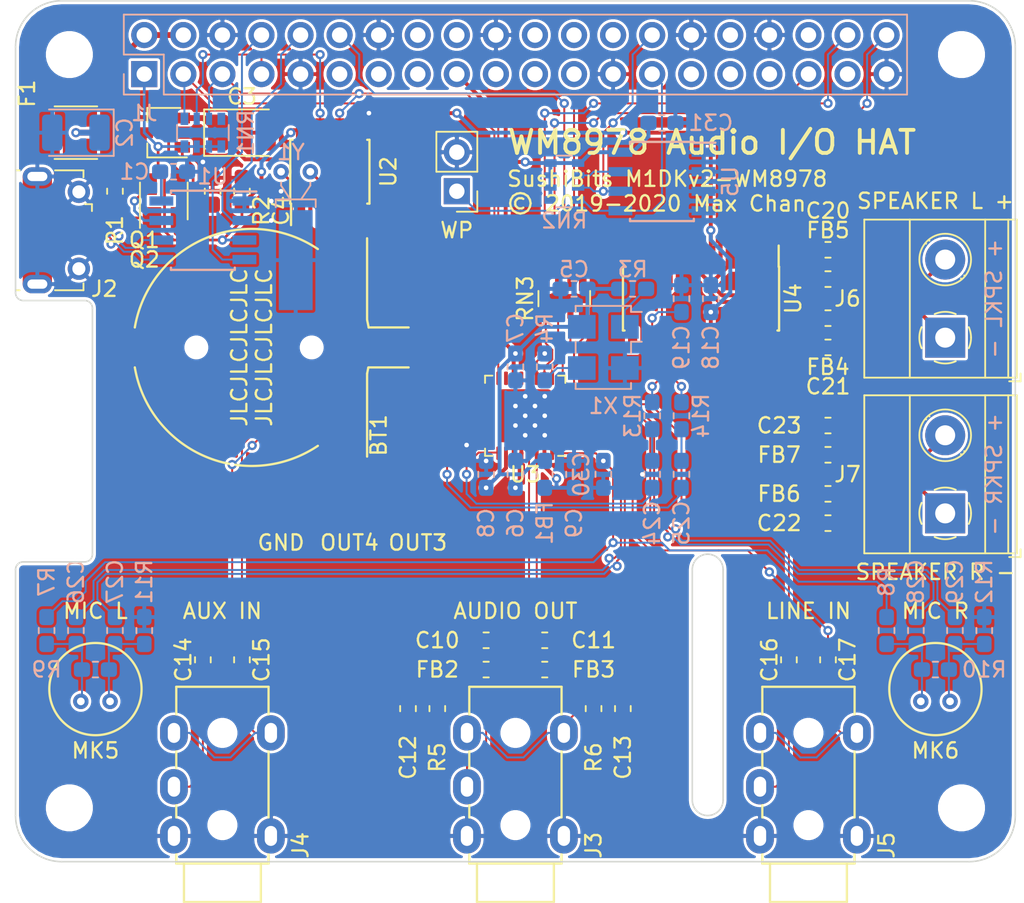
<source format=kicad_pcb>
(kicad_pcb (version 20171130) (host pcbnew "(5.1.6-0-10_14)")
  (title_block (date "15 nov 2012"))
  (layers (0 F.Cu signal) (31 B.Cu signal) (34 B.Paste user) (35 F.Paste user) (36 B.SilkS user) (37 F.SilkS user) (38 B.Mask user) (39 F.Mask user) (44 Edge.Cuts user))
  (net 0 "")
  (net 1 +5V)
  (net 2 GND)
  (net 3 "Net-(C1-Pad1)")
  (net 4 VBUS)
  (net 5 "Net-(F1-Pad2)")
  (net 6 VDD)
  (net 7 /SDA)
  (net 8 /SCL)
  (net 9 /TXD)
  (net 10 /RXD)
  (net 11 /D+)
  (net 12 /D-)
  (net 13 "Net-(Q1-Pad1)")
  (net 14 "Net-(Q2-Pad1)")
  (net 15 +BATT)
  (net 16 "Net-(U2-Pad2)")
  (net 17 "Net-(U2-Pad1)")
  (net 18 +3V3)
  (net 19 "Net-(C6-Pad1)")
  (net 20 +3.3VA)
  (net 21 /HPR)
  (net 22 "Net-(C10-Pad1)")
  (net 23 /HPL)
  (net 24 "Net-(C11-Pad1)")
  (net 25 "Net-(C12-Pad1)")
  (net 26 "Net-(C13-Pad1)")
  (net 27 "Net-(C14-Pad2)")
  (net 28 /AUXR)
  (net 29 "Net-(C15-Pad2)")
  (net 30 /AUXL)
  (net 31 "Net-(C16-Pad2)")
  (net 32 /LINER)
  (net 33 "Net-(C17-Pad2)")
  (net 34 /LINEL)
  (net 35 "Net-(C19-Pad2)")
  (net 36 /FSL+)
  (net 37 /FSL-)
  (net 38 /FSR-)
  (net 39 /FSR+)
  (net 40 /SPL-)
  (net 41 /SPL+)
  (net 42 /SPR-)
  (net 43 /SPR+)
  (net 44 /BCLK)
  (net 45 /LRCLK)
  (net 46 /DIN)
  (net 47 /DOUT)
  (net 48 "Net-(R3-Pad2)")
  (net 49 "Net-(R4-Pad2)")
  (net 50 "Net-(R4-Pad1)")
  (net 51 /SPKL)
  (net 52 /SPKR)
  (net 53 "Net-(C24-Pad1)")
  (net 54 "Net-(C25-Pad1)")
  (net 55 /MICL+)
  (net 56 /MICL-)
  (net 57 /MICR+)
  (net 58 /MICR-)
  (net 59 /MICBIAS)
  (net 60 /ID_SDA)
  (net 61 /ID_SCL)
  (net 62 /ML+)
  (net 63 /ML-)
  (net 64 /MR+)
  (net 65 /MR-)
  (net 66 /ID_WP)
  (net 67 /IRQC)
  (net 68 /fSPKL)
  (net 69 /fSPKR)
  (net 70 /fLRCLK)
  (net 71 /fSDO)
  (net 72 /fBCLK)
  (net 73 /fSDI)
  (module Resistor_SMD:R_Array_Convex_4x0603 (layer F.Cu) (at 235.675 113.375 90)
    (fp_text reference RN3 (at 0 -2.54 90) (layer F.SilkS))
    (fp_text value 49.9)
    (pad 5 smd rect (at 0.9 1.2 90) (size 0.8 0.5) (layers F.Cu F.Paste F.Mask) (net 45 /LRCLK))
    (pad 6 smd rect (at 0.9 0.4 90) (size 0.8 0.4) (layers F.Cu F.Paste F.Mask) (net 44 /BCLK))
    (pad 8 smd rect (at 0.9 -1.2 90) (size 0.8 0.5) (layers F.Cu F.Paste F.Mask) (net 46 /DIN))
    (pad 7 smd rect (at 0.9 -0.4 90) (size 0.8 0.4) (layers F.Cu F.Paste F.Mask) (net 47 /DOUT))
    (pad 4 smd rect (at -0.9 1.2 90) (size 0.8 0.5) (layers F.Cu F.Paste F.Mask) (net 70 /fLRCLK))
    (pad 2 smd rect (at -0.9 -0.4 90) (size 0.8 0.4) (layers F.Cu F.Paste F.Mask) (net 71 /fSDO))
    (pad 3 smd rect (at -0.9 0.4 90) (size 0.8 0.4) (layers F.Cu F.Paste F.Mask) (net 72 /fBCLK))
    (pad 1 smd rect (at -0.9 -1.2 90) (size 0.8 0.5) (layers F.Cu F.Paste F.Mask) (net 73 /fSDI))
  )
  (module Resistor_SMD:R_0603_1608Metric_Pad1.05x0.95mm_HandSolder (layer B.Cu) (at 243.295 120.995 270)
    (fp_text reference R14 (at 0 -1.27 90) (layer B.SilkS) (effects (justify mirror)))
    (fp_text value 20k)
    (pad 2 smd roundrect (at 0.875 0 270) (size 1.05 0.95) (layers B.Cu B.Paste B.Mask) (net 54 "Net-(C25-Pad1)"))
    (pad 1 smd roundrect (at -0.875 0 270) (size 1.05 0.95) (layers B.Cu B.Paste B.Mask) (net 69 /fSPKR))
  )
  (module Resistor_SMD:R_0603_1608Metric_Pad1.05x0.95mm_HandSolder (layer B.Cu) (at 241.39 120.995 270)
    (fp_text reference R13 (at 0 1.27 90) (layer B.SilkS) (effects (justify mirror)))
    (fp_text value 20k)
    (pad 2 smd roundrect (at 0.875 0 270) (size 1.05 0.95) (layers B.Cu B.Paste B.Mask) (net 53 "Net-(C24-Pad1)"))
    (pad 1 smd roundrect (at -0.875 0 270) (size 1.05 0.95) (layers B.Cu B.Paste B.Mask) (net 68 /fSPKL))
  )
  (module Connector_PinHeader_2.54mm:PinHeader_1x02_P2.54mm_Vertical (layer F.Cu) (at 228.69 106.39 180)
    (fp_text reference TP4 hide)
    (fp_text value WP)
    (pad 2 thru_hole oval (at 0 2.54 180) (size 1.7 1.7) (drill 1) (layers *.Cu *.Mask) (net 2 GND))
    (pad 1 thru_hole rect (at 0 0 180) (size 1.7 1.7) (drill 1) (layers *.Cu *.Mask) (net 66 /ID_WP))
  )
  (module Package_SO:SOIC-8_3.9x4.9mm_P1.27mm (layer B.Cu) (at 242.025 105.755 180)
    (fp_text reference U5 (at -4.445 0 90) (layer B.SilkS) (effects (justify mirror)))
    (fp_text value 24LC64)
    (pad 8 smd rect (at 2.7 1.905 180) (size 1.55 0.6) (layers B.Cu B.Paste B.Mask) (net 18 +3V3))
    (pad 7 smd rect (at 2.7 0.635 180) (size 1.55 0.6) (layers B.Cu B.Paste B.Mask) (net 66 /ID_WP))
    (pad 6 smd rect (at 2.7 -0.635 180) (size 1.55 0.6) (layers B.Cu B.Paste B.Mask) (net 61 /ID_SCL))
    (pad 5 smd rect (at 2.7 -1.905 180) (size 1.55 0.6) (layers B.Cu B.Paste B.Mask) (net 60 /ID_SDA))
    (pad 4 smd rect (at -2.7 -1.905 180) (size 1.55 0.6) (layers B.Cu B.Paste B.Mask) (net 2 GND))
    (pad 3 smd rect (at -2.7 -0.635 180) (size 1.55 0.6) (layers B.Cu B.Paste B.Mask) (net 2 GND))
    (pad 2 smd rect (at -2.7 0.635 180) (size 1.55 0.6) (layers B.Cu B.Paste B.Mask) (net 2 GND))
    (pad 1 smd rect (at -2.7 1.905 180) (size 1.55 0.6) (layers B.Cu B.Paste B.Mask) (net 2 GND))
  )
  (module Resistor_SMD:R_Array_Convex_4x0603 (layer B.Cu) (at 235.675 105.755)
    (fp_text reference RN2 (at 0 2.54) (layer B.SilkS) (effects (justify mirror)))
    (fp_text value 4.7k)
    (pad 5 smd rect (at 0.9 -1.2) (size 0.8 0.5) (layers B.Cu B.Paste B.Mask) (net 18 +3V3))
    (pad 6 smd rect (at 0.9 -0.4) (size 0.8 0.4) (layers B.Cu B.Paste B.Mask) (net 66 /ID_WP))
    (pad 8 smd rect (at 0.9 1.2) (size 0.8 0.5) (layers B.Cu B.Paste B.Mask) (net 60 /ID_SDA))
    (pad 7 smd rect (at 0.9 0.4) (size 0.8 0.4) (layers B.Cu B.Paste B.Mask) (net 61 /ID_SCL))
    (pad 4 smd rect (at -0.9 -1.2) (size 0.8 0.5) (layers B.Cu B.Paste B.Mask) (net 18 +3V3))
    (pad 2 smd rect (at -0.9 0.4) (size 0.8 0.4) (layers B.Cu B.Paste B.Mask) (net 18 +3V3))
    (pad 3 smd rect (at -0.9 -0.4) (size 0.8 0.4) (layers B.Cu B.Paste B.Mask) (net 18 +3V3))
    (pad 1 smd rect (at -0.9 1.2) (size 0.8 0.5) (layers B.Cu B.Paste B.Mask) (net 18 +3V3))
  )
  (module Capacitor_SMD:C_0603_1608Metric_Pad1.05x0.95mm_HandSolder (layer B.Cu) (at 242.025 101.945)
    (fp_text reference C31 (at 3.175 0) (layer B.SilkS) (effects (justify mirror)))
    (fp_text value 100n)
    (pad 2 smd roundrect (at 0.875 0) (size 1.05 0.95) (layers B.Cu B.Paste B.Mask) (net 2 GND))
    (pad 1 smd roundrect (at -0.875 0) (size 1.05 0.95) (layers B.Cu B.Paste B.Mask) (net 18 +3V3))
  )
  (module Resistor_SMD:R_0603_1608Metric_Pad1.05x0.95mm_HandSolder (layer B.Cu) (at 262.98 134.965 90)
    (fp_text reference R12 (at 3.175 0 90) (layer B.SilkS) (effects (justify mirror)))
    (fp_text value 0)
    (pad 2 smd roundrect (at 0.875 0 90) (size 1.05 0.95) (layers B.Cu B.Paste B.Mask) (net 2 GND))
    (pad 1 smd roundrect (at -0.875 0 90) (size 1.05 0.95) (layers B.Cu B.Paste B.Mask) (net 65 /MR-))
  )
  (module Resistor_SMD:R_0603_1608Metric_Pad1.05x0.95mm_HandSolder (layer B.Cu) (at 208.37 134.965 90)
    (fp_text reference R11 (at 3.175 0 90) (layer B.SilkS) (effects (justify mirror)))
    (fp_text value 0)
    (pad 2 smd roundrect (at 0.875 0 90) (size 1.05 0.95) (layers B.Cu B.Paste B.Mask) (net 2 GND))
    (pad 1 smd roundrect (at -0.875 0 90) (size 1.05 0.95) (layers B.Cu B.Paste B.Mask) (net 63 /ML-))
  )
  (module Resistor_SMD:R_0603_1608Metric_Pad1.05x0.95mm_HandSolder (layer B.Cu) (at 259.805 137.505)
    (fp_text reference R10 (at 3.175 0) (layer B.SilkS) (effects (justify mirror)))
    (fp_text value 47k)
    (pad 2 smd roundrect (at 0.875 0) (size 1.05 0.95) (layers B.Cu B.Paste B.Mask) (net 65 /MR-))
    (pad 1 smd roundrect (at -0.875 0) (size 1.05 0.95) (layers B.Cu B.Paste B.Mask) (net 64 /MR+))
  )
  (module Resistor_SMD:R_0603_1608Metric_Pad1.05x0.95mm_HandSolder (layer B.Cu) (at 205.195 137.505)
    (fp_text reference R9 (at -3.175 0) (layer B.SilkS) (effects (justify mirror)))
    (fp_text value 47k)
    (pad 2 smd roundrect (at 0.875 0) (size 1.05 0.95) (layers B.Cu B.Paste B.Mask) (net 63 /ML-))
    (pad 1 smd roundrect (at -0.875 0) (size 1.05 0.95) (layers B.Cu B.Paste B.Mask) (net 62 /ML+))
  )
  (module Resistor_SMD:R_0603_1608Metric_Pad1.05x0.95mm_HandSolder (layer B.Cu) (at 256.63 134.965 270)
    (fp_text reference R8 (at -3.175 0 90) (layer B.SilkS) (effects (justify mirror)))
    (fp_text value 680)
    (pad 2 smd roundrect (at 0.875 0 270) (size 1.05 0.95) (layers B.Cu B.Paste B.Mask) (net 64 /MR+))
    (pad 1 smd roundrect (at -0.875 0 270) (size 1.05 0.95) (layers B.Cu B.Paste B.Mask) (net 59 /MICBIAS))
  )
  (module Resistor_SMD:R_0603_1608Metric_Pad1.05x0.95mm_HandSolder (layer B.Cu) (at 202.02 134.965 270)
    (fp_text reference R7 (at -3.175 0 90) (layer B.SilkS) (effects (justify mirror)))
    (fp_text value 680)
    (pad 2 smd roundrect (at 0.875 0 270) (size 1.05 0.95) (layers B.Cu B.Paste B.Mask) (net 62 /ML+))
    (pad 1 smd roundrect (at -0.875 0 270) (size 1.05 0.95) (layers B.Cu B.Paste B.Mask) (net 59 /MICBIAS))
  )
  (module Microphone:GMI6027P (layer F.Cu) (at 259.805 138.775 180)
    (fp_text reference MK6 (at 0 -4) (layer F.SilkS))
    (fp_text value MICR)
    (pad 2 thru_hole circle (at 0.95 -0.8 180) (size 1 1) (drill 0.5) (layers *.Cu *.Mask) (net 64 /MR+))
    (pad 1 thru_hole circle (at -0.95 -0.8 180) (size 1 1) (drill 0.5) (layers *.Cu *.Mask) (net 65 /MR-))
  )
  (module Microphone:GMI6027P (layer F.Cu) (at 205.195 138.775 180)
    (fp_text reference MK5 (at 0 -4) (layer F.SilkS))
    (fp_text value MICL)
    (pad 2 thru_hole circle (at 0.95 -0.8 180) (size 1 1) (drill 0.5) (layers *.Cu *.Mask) (net 62 /ML+))
    (pad 1 thru_hole circle (at -0.95 -0.8 180) (size 1 1) (drill 0.5) (layers *.Cu *.Mask) (net 63 /ML-))
  )
  (module Capacitor_SMD:C_0603_1608Metric_Pad1.05x0.95mm_HandSolder (layer B.Cu) (at 238.215 124.805 270)
    (fp_text reference C30 (at 0 1.43 90) (layer B.SilkS) (effects (justify mirror)))
    (fp_text value 4.7µ)
    (pad 2 smd roundrect (at 0.875 0 270) (size 1.05 0.95) (layers B.Cu B.Paste B.Mask) (net 2 GND))
    (pad 1 smd roundrect (at -0.875 0 270) (size 1.05 0.95) (layers B.Cu B.Paste B.Mask) (net 59 /MICBIAS))
  )
  (module Capacitor_SMD:C_0603_1608Metric_Pad1.05x0.95mm_HandSolder (layer B.Cu) (at 261.075 134.965 270)
    (fp_text reference C29 (at -3.175 0 90) (layer B.SilkS) (effects (justify mirror)))
    (fp_text value 1µ)
    (pad 2 smd roundrect (at 0.875 0 270) (size 1.05 0.95) (layers B.Cu B.Paste B.Mask) (net 65 /MR-))
    (pad 1 smd roundrect (at -0.875 0 270) (size 1.05 0.95) (layers B.Cu B.Paste B.Mask) (net 58 /MICR-))
  )
  (module Capacitor_SMD:C_0603_1608Metric_Pad1.05x0.95mm_HandSolder (layer B.Cu) (at 258.535 134.965 270)
    (fp_text reference C28 (at -3.175 0 90) (layer B.SilkS) (effects (justify mirror)))
    (fp_text value 1µ)
    (pad 2 smd roundrect (at 0.875 0 270) (size 1.05 0.95) (layers B.Cu B.Paste B.Mask) (net 64 /MR+))
    (pad 1 smd roundrect (at -0.875 0 270) (size 1.05 0.95) (layers B.Cu B.Paste B.Mask) (net 57 /MICR+))
  )
  (module Capacitor_SMD:C_0603_1608Metric_Pad1.05x0.95mm_HandSolder (layer B.Cu) (at 206.465 134.965 270)
    (fp_text reference C27 (at -3.175 0 90) (layer B.SilkS) (effects (justify mirror)))
    (fp_text value 1µ)
    (pad 2 smd roundrect (at 0.875 0 270) (size 1.05 0.95) (layers B.Cu B.Paste B.Mask) (net 63 /ML-))
    (pad 1 smd roundrect (at -0.875 0 270) (size 1.05 0.95) (layers B.Cu B.Paste B.Mask) (net 56 /MICL-))
  )
  (module Capacitor_SMD:C_0603_1608Metric_Pad1.05x0.95mm_HandSolder (layer B.Cu) (at 203.925 134.965 270)
    (fp_text reference C26 (at -3.175 0 270) (layer B.SilkS) (effects (justify mirror)))
    (fp_text value 1µ)
    (pad 2 smd roundrect (at 0.875 0 270) (size 1.05 0.95) (layers B.Cu B.Paste B.Mask) (net 62 /ML+))
    (pad 1 smd roundrect (at -0.875 0 270) (size 1.05 0.95) (layers B.Cu B.Paste B.Mask) (net 55 /MICL+))
  )
  (module Capacitor_SMD:C_0603_1608Metric_Pad1.05x0.95mm_HandSolder (layer B.Cu) (at 243.295 124.805 270)
    (fp_text reference C25 (at 3.175 0 90) (layer B.SilkS) (effects (justify mirror)))
    (fp_text value 10µ)
    (pad 2 smd roundrect (at 0.875 0 270) (size 1.05 0.95) (layers B.Cu B.Paste B.Mask) (net 52 /SPKR))
    (pad 1 smd roundrect (at -0.875 0 270) (size 1.05 0.95) (layers B.Cu B.Paste B.Mask) (net 54 "Net-(C25-Pad1)"))
  )
  (module Capacitor_SMD:C_0603_1608Metric_Pad1.05x0.95mm_HandSolder (layer B.Cu) (at 241.39 124.805 270)
    (fp_text reference C24 (at 3.175 0 90) (layer B.SilkS) (effects (justify mirror)))
    (fp_text value 10µ)
    (pad 2 smd roundrect (at 0.875 0 270) (size 1.05 0.95) (layers B.Cu B.Paste B.Mask) (net 51 /SPKL))
    (pad 1 smd roundrect (at -0.875 0 270) (size 1.05 0.95) (layers B.Cu B.Paste B.Mask) (net 53 "Net-(C24-Pad1)"))
  )
  (module Oscillator:Oscillator_SMD_EuroQuartz_XO53-4Pin_5.0x3.2mm_HandSoldering (layer B.Cu) (at 238.215 116.55 270)
    (fp_text reference X1 (at 3.81 0) (layer B.SilkS) (effects (justify mirror)))
    (fp_text value XO53)
    (pad 4 smd rect (at -1.34 1.4 270) (size 1.54 1.8) (layers B.Cu B.Paste B.Mask) (net 18 +3V3))
    (pad 3 smd rect (at 1.34 1.4 270) (size 1.54 1.8) (layers B.Cu B.Paste B.Mask) (net 50 "Net-(R4-Pad1)"))
    (pad 2 smd rect (at 1.34 -1.4 270) (size 1.54 1.8) (layers B.Cu B.Paste B.Mask) (net 2 GND))
    (pad 1 smd rect (at -1.34 -1.4 270) (size 1.54 1.8) (layers B.Cu B.Paste B.Mask) (net 48 "Net-(R3-Pad2)"))
  )
  (module Package_SO:SOIC-16_3.9x9.9mm_P1.27mm (layer F.Cu) (at 244.565 113.375 270)
    (fp_text reference U4 (at 0 -6 90) (layer F.SilkS))
    (fp_text value NS4248)
    (pad 16 smd rect (at 2.7 -4.445 270) (size 1.5 0.6) (layers F.Cu F.Paste F.Mask) (net 2 GND))
    (pad 15 smd rect (at 2.7 -3.175 270) (size 1.5 0.6) (layers F.Cu F.Paste F.Mask) (net 2 GND))
    (pad 14 smd rect (at 2.7 -1.905 270) (size 1.5 0.6) (layers F.Cu F.Paste F.Mask) (net 43 /SPR+))
    (pad 13 smd rect (at 2.7 -0.635 270) (size 1.5 0.6) (layers F.Cu F.Paste F.Mask) (net 1 +5V))
    (pad 12 smd rect (at 2.7 0.635 270) (size 1.5 0.6) (layers F.Cu F.Paste F.Mask) (net 42 /SPR-))
    (pad 11 smd rect (at 2.7 1.905 270) (size 1.5 0.6) (layers F.Cu F.Paste F.Mask) (net 69 /fSPKR))
    (pad 10 smd rect (at 2.7 3.175 270) (size 1.5 0.6) (layers F.Cu F.Paste F.Mask) (net 35 "Net-(C19-Pad2)"))
    (pad 9 smd rect (at 2.7 4.445 270) (size 1.5 0.6) (layers F.Cu F.Paste F.Mask))
    (pad 8 smd rect (at -2.7 4.445 270) (size 1.5 0.6) (layers F.Cu F.Paste F.Mask))
    (pad 7 smd rect (at -2.7 3.175 270) (size 1.5 0.6) (layers F.Cu F.Paste F.Mask) (net 2 GND))
    (pad 6 smd rect (at -2.7 1.905 270) (size 1.5 0.6) (layers F.Cu F.Paste F.Mask) (net 68 /fSPKL))
    (pad 5 smd rect (at -2.7 0.635 270) (size 1.5 0.6) (layers F.Cu F.Paste F.Mask) (net 40 /SPL-))
    (pad 4 smd rect (at -2.7 -0.635 270) (size 1.5 0.6) (layers F.Cu F.Paste F.Mask) (net 1 +5V))
    (pad 3 smd rect (at -2.7 -1.905 270) (size 1.5 0.6) (layers F.Cu F.Paste F.Mask) (net 41 /SPL+))
    (pad 2 smd rect (at -2.7 -3.175 270) (size 1.5 0.6) (layers F.Cu F.Paste F.Mask) (net 2 GND))
    (pad 1 smd rect (at -2.7 -4.445 270) (size 1.5 0.6) (layers F.Cu F.Paste F.Mask) (net 2 GND))
  )
  (module Package_DFN_QFN:QFN-32-1EP_5x5mm_P0.5mm_EP3.45x3.45mm (layer F.Cu) (at 233.135 120.995 180)
    (fp_text reference U3 (at 0 -3.82) (layer F.SilkS))
    (fp_text value WM8978)
    (pad 32 smd roundrect (at -1.75 -2.4375 180) (size 0.25 0.875) (layers F.Cu F.Paste F.Mask) (net 59 /MICBIAS))
    (pad 31 smd roundrect (at -1.25 -2.4375 180) (size 0.25 0.875) (layers F.Cu F.Paste F.Mask) (net 20 +3.3VA))
    (pad 30 smd roundrect (at -0.75 -2.4375 180) (size 0.25 0.875) (layers F.Cu F.Paste F.Mask) (net 23 /HPL))
    (pad 29 smd roundrect (at -0.25 -2.4375 180) (size 0.25 0.875) (layers F.Cu F.Paste F.Mask) (net 21 /HPR))
    (pad 28 smd roundrect (at 0.25 -2.4375 180) (size 0.25 0.875) (layers F.Cu F.Paste F.Mask) (net 2 GND))
    (pad 27 smd roundrect (at 0.75 -2.4375 180) (size 0.25 0.875) (layers F.Cu F.Paste F.Mask) (net 19 "Net-(C6-Pad1)"))
    (pad 26 smd roundrect (at 1.25 -2.4375 180) (size 0.25 0.875) (layers F.Cu F.Paste F.Mask) (net 18 +3V3))
    (pad 25 smd roundrect (at 1.75 -2.4375 180) (size 0.25 0.875) (layers F.Cu F.Paste F.Mask) (net 51 /SPKL))
    (pad 24 smd roundrect (at 2.4375 -1.75 180) (size 0.875 0.25) (layers F.Cu F.Paste F.Mask) (net 2 GND))
    (pad 23 smd roundrect (at 2.4375 -1.25 180) (size 0.875 0.25) (layers F.Cu F.Paste F.Mask) (net 52 /SPKR))
    (pad 22 smd roundrect (at 2.4375 -0.75 180) (size 0.875 0.25) (layers F.Cu F.Paste F.Mask))
    (pad 21 smd roundrect (at 2.4375 -0.25 180) (size 0.875 0.25) (layers F.Cu F.Paste F.Mask))
    (pad 20 smd roundrect (at 2.4375 0.25 180) (size 0.875 0.25) (layers F.Cu F.Paste F.Mask) (net 28 /AUXR))
    (pad 19 smd roundrect (at 2.4375 0.75 180) (size 0.875 0.25) (layers F.Cu F.Paste F.Mask) (net 30 /AUXL))
    (pad 18 smd roundrect (at 2.4375 1.25 180) (size 0.875 0.25) (layers F.Cu F.Paste F.Mask) (net 2 GND))
    (pad 17 smd roundrect (at 2.4375 1.75 180) (size 0.875 0.25) (layers F.Cu F.Paste F.Mask) (net 7 /SDA))
    (pad 16 smd roundrect (at 1.75 2.4375 180) (size 0.25 0.875) (layers F.Cu F.Paste F.Mask) (net 8 /SCL))
    (pad 15 smd roundrect (at 1.25 2.4375 180) (size 0.25 0.875) (layers F.Cu F.Paste F.Mask))
    (pad 14 smd roundrect (at 0.75 2.4375 180) (size 0.25 0.875) (layers F.Cu F.Paste F.Mask) (net 18 +3V3))
    (pad 13 smd roundrect (at 0.25 2.4375 180) (size 0.25 0.875) (layers F.Cu F.Paste F.Mask) (net 18 +3V3))
    (pad 12 smd roundrect (at -0.25 2.4375 180) (size 0.25 0.875) (layers F.Cu F.Paste F.Mask) (net 2 GND))
    (pad 11 smd roundrect (at -0.75 2.4375 180) (size 0.25 0.875) (layers F.Cu F.Paste F.Mask) (net 49 "Net-(R4-Pad2)"))
    (pad 10 smd roundrect (at -1.25 2.4375 180) (size 0.25 0.875) (layers F.Cu F.Paste F.Mask) (net 73 /fSDI))
    (pad 9 smd roundrect (at -1.75 2.4375 180) (size 0.25 0.875) (layers F.Cu F.Paste F.Mask) (net 71 /fSDO))
    (pad 8 smd roundrect (at -2.4375 1.75 180) (size 0.875 0.25) (layers F.Cu F.Paste F.Mask) (net 72 /fBCLK))
    (pad 7 smd roundrect (at -2.4375 1.25 180) (size 0.875 0.25) (layers F.Cu F.Paste F.Mask) (net 70 /fLRCLK))
    (pad 6 smd roundrect (at -2.4375 0.75 180) (size 0.875 0.25) (layers F.Cu F.Paste F.Mask) (net 32 /LINER))
    (pad 5 smd roundrect (at -2.4375 0.25 180) (size 0.875 0.25) (layers F.Cu F.Paste F.Mask) (net 58 /MICR-))
    (pad 4 smd roundrect (at -2.4375 -0.25 180) (size 0.875 0.25) (layers F.Cu F.Paste F.Mask) (net 57 /MICR+))
    (pad 3 smd roundrect (at -2.4375 -0.75 180) (size 0.875 0.25) (layers F.Cu F.Paste F.Mask) (net 34 /LINEL))
    (pad 2 smd roundrect (at -2.4375 -1.25 180) (size 0.875 0.25) (layers F.Cu F.Paste F.Mask) (net 56 /MICL-))
    (pad 1 smd roundrect (at -2.4375 -1.75 180) (size 0.875 0.25) (layers F.Cu F.Paste F.Mask) (net 55 /MICL+))
    (pad 33 smd roundrect (at 0 0 180) (size 3.45 3.45) (layers F.Cu F.Mask) (roundrect_rratio 0.072464) (net 2 GND))
  )
  (module Resistor_SMD:R_0603_1608Metric_Pad1.05x0.95mm_HandSolder (layer F.Cu) (at 237.58 140.045 270)
    (fp_text reference R6 (at 3.175 0 90) (layer F.SilkS))
    (fp_text value 20k)
    (pad 2 smd roundrect (at 0.875 0 270) (size 1.05 0.95) (layers F.Cu F.Paste F.Mask) (net 2 GND))
    (pad 1 smd roundrect (at -0.875 0 270) (size 1.05 0.95) (layers F.Cu F.Paste F.Mask) (net 26 "Net-(C13-Pad1)"))
  )
  (module Resistor_SMD:R_0603_1608Metric_Pad1.05x0.95mm_HandSolder (layer F.Cu) (at 227.42 140.045 270)
    (fp_text reference R5 (at 3.175 0 90) (layer F.SilkS))
    (fp_text value 20k)
    (pad 2 smd roundrect (at 0.875 0 270) (size 1.05 0.95) (layers F.Cu F.Paste F.Mask) (net 2 GND))
    (pad 1 smd roundrect (at -0.875 0 270) (size 1.05 0.95) (layers F.Cu F.Paste F.Mask) (net 25 "Net-(C12-Pad1)"))
  )
  (module Resistor_SMD:R_0603_1608Metric_Pad1.05x0.95mm_HandSolder (layer B.Cu) (at 234.405 117.82 90)
    (fp_text reference R4 (at 2.54 0 90) (layer B.SilkS) (effects (justify mirror)))
    (fp_text value 49.9)
    (pad 2 smd roundrect (at 0.875 0 90) (size 1.05 0.95) (layers B.Cu B.Paste B.Mask) (net 49 "Net-(R4-Pad2)"))
    (pad 1 smd roundrect (at -0.875 0 90) (size 1.05 0.95) (layers B.Cu B.Paste B.Mask) (net 50 "Net-(R4-Pad1)"))
  )
  (module Resistor_SMD:R_0603_1608Metric_Pad1.05x0.95mm_HandSolder (layer B.Cu) (at 240.12 112.74)
    (fp_text reference R3 (at 0 -1.27) (layer B.SilkS) (effects (justify mirror)))
    (fp_text value 10k)
    (pad 2 smd roundrect (at 0.875 0) (size 1.05 0.95) (layers B.Cu B.Paste B.Mask) (net 48 "Net-(R3-Pad2)"))
    (pad 1 smd roundrect (at -0.875 0) (size 1.05 0.95) (layers B.Cu B.Paste B.Mask) (net 18 +3V3))
  )
  (module TerminalBlock_Phoenix:TerminalBlock_Phoenix_MKDS-1,5-2-5.08_1x02_P5.08mm_Horizontal (layer F.Cu) (at 260.44 127.345 90)
    (fp_text reference J7 (at 2.54 -6.35 180) (layer F.SilkS))
    (fp_text value SPKR)
    (pad 2 thru_hole circle (at 5.08 0 90) (size 2.6 2.6) (drill 1.3) (layers *.Cu *.Mask) (net 39 /FSR+))
    (pad 1 thru_hole rect (at 0 0 90) (size 2.6 2.6) (drill 1.3) (layers *.Cu *.Mask) (net 38 /FSR-))
  )
  (module TerminalBlock_Phoenix:TerminalBlock_Phoenix_MKDS-1,5-2-5.08_1x02_P5.08mm_Horizontal (layer F.Cu) (at 260.44 115.915 90)
    (fp_text reference J6 (at 2.54 -6.35 180) (layer F.SilkS))
    (fp_text value SPKL)
    (pad 2 thru_hole circle (at 5.08 0 90) (size 2.6 2.6) (drill 1.3) (layers *.Cu *.Mask) (net 36 /FSL+))
    (pad 1 thru_hole rect (at 0 0 90) (size 2.6 2.6) (drill 1.3) (layers *.Cu *.Mask) (net 37 /FSL-))
  )
  (module Connector_Audio:PJ3130 (layer F.Cu) (at 251.55 145.125 90)
    (fp_text reference J5 (at -3.81 5.08 90) (layer F.SilkS))
    (fp_text value Line)
    (pad "" np_thru_hole circle (at 3.5 0 90) (size 1.6 1.6) (drill 1.6) (layers *.Cu *.Mask))
    (pad "" np_thru_hole circle (at -2.5 0 90) (size 1.6 1.6) (drill 1.6) (layers *.Cu *.Mask))
    (pad S thru_hole oval (at -3.2 3.15 90) (size 2.3 1.8) (drill oval 1.3 0.8) (layers *.Cu *.Mask) (net 2 GND))
    (pad T thru_hole oval (at 3.5 3.15 90) (size 2.3 1.8) (drill oval 1.3 0.8) (layers *.Cu *.Mask) (net 33 "Net-(C17-Pad2)"))
    (pad T thru_hole oval (at 3.5 -3.15 90) (size 2.3 1.8) (drill oval 1.3 0.8) (layers *.Cu *.Mask) (net 33 "Net-(C17-Pad2)"))
    (pad S thru_hole oval (at -3.2 -3.15 90) (size 2.3 1.8) (drill oval 1.3 0.8) (layers *.Cu *.Mask) (net 2 GND))
    (pad R thru_hole oval (at 0 -3.15 90) (size 2.3 1.8) (drill oval 1.3 0.8) (layers *.Cu *.Mask) (net 31 "Net-(C16-Pad2)"))
  )
  (module Connector_Audio:PJ3130 (layer F.Cu) (at 213.45 145.125 90)
    (fp_text reference J4 (at -3.81 5.08 90) (layer F.SilkS))
    (fp_text value Aux)
    (pad "" np_thru_hole circle (at 3.5 0 90) (size 1.6 1.6) (drill 1.6) (layers *.Cu *.Mask))
    (pad "" np_thru_hole circle (at -2.5 0 90) (size 1.6 1.6) (drill 1.6) (layers *.Cu *.Mask))
    (pad S thru_hole oval (at -3.2 3.15 90) (size 2.3 1.8) (drill oval 1.3 0.8) (layers *.Cu *.Mask) (net 2 GND))
    (pad T thru_hole oval (at 3.5 3.15 90) (size 2.3 1.8) (drill oval 1.3 0.8) (layers *.Cu *.Mask) (net 29 "Net-(C15-Pad2)"))
    (pad T thru_hole oval (at 3.5 -3.15 90) (size 2.3 1.8) (drill oval 1.3 0.8) (layers *.Cu *.Mask) (net 29 "Net-(C15-Pad2)"))
    (pad S thru_hole oval (at -3.2 -3.15 90) (size 2.3 1.8) (drill oval 1.3 0.8) (layers *.Cu *.Mask) (net 2 GND))
    (pad R thru_hole oval (at 0 -3.15 90) (size 2.3 1.8) (drill oval 1.3 0.8) (layers *.Cu *.Mask) (net 27 "Net-(C14-Pad2)"))
  )
  (module Connector_Audio:PJ3130 (layer F.Cu) (at 232.5 145.125 90)
    (fp_text reference J3 (at -3.81 5.08 90) (layer F.SilkS))
    (fp_text value Out)
    (pad "" np_thru_hole circle (at 3.5 0 90) (size 1.6 1.6) (drill 1.6) (layers *.Cu *.Mask))
    (pad "" np_thru_hole circle (at -2.5 0 90) (size 1.6 1.6) (drill 1.6) (layers *.Cu *.Mask))
    (pad S thru_hole oval (at -3.2 3.15 90) (size 2.3 1.8) (drill oval 1.3 0.8) (layers *.Cu *.Mask) (net 2 GND))
    (pad T thru_hole oval (at 3.5 3.15 90) (size 2.3 1.8) (drill oval 1.3 0.8) (layers *.Cu *.Mask) (net 26 "Net-(C13-Pad1)"))
    (pad T thru_hole oval (at 3.5 -3.15 90) (size 2.3 1.8) (drill oval 1.3 0.8) (layers *.Cu *.Mask) (net 26 "Net-(C13-Pad1)"))
    (pad S thru_hole oval (at -3.2 -3.15 90) (size 2.3 1.8) (drill oval 1.3 0.8) (layers *.Cu *.Mask) (net 2 GND))
    (pad R thru_hole oval (at 0 -3.15 90) (size 2.3 1.8) (drill oval 1.3 0.8) (layers *.Cu *.Mask) (net 25 "Net-(C12-Pad1)"))
  )
  (module Inductor_SMD:L_0603_1608Metric_Pad1.05x0.95mm_HandSolder (layer F.Cu) (at 252.82 123.535 180)
    (fp_text reference FB7 (at 3.175 0) (layer F.SilkS))
    (fp_text value 1.2k)
    (pad 2 smd roundrect (at 0.875 0 180) (size 1.05 0.95) (layers F.Cu F.Paste F.Mask) (net 43 /SPR+))
    (pad 1 smd roundrect (at -0.875 0 180) (size 1.05 0.95) (layers F.Cu F.Paste F.Mask) (net 39 /FSR+))
  )
  (module Inductor_SMD:L_0603_1608Metric_Pad1.05x0.95mm_HandSolder (layer F.Cu) (at 252.82 126.075 180)
    (fp_text reference FB6 (at 3.175 0) (layer F.SilkS))
    (fp_text value 1.2k)
    (pad 2 smd roundrect (at 0.875 0 180) (size 1.05 0.95) (layers F.Cu F.Paste F.Mask) (net 42 /SPR-))
    (pad 1 smd roundrect (at -0.875 0 180) (size 1.05 0.95) (layers F.Cu F.Paste F.Mask) (net 38 /FSR-))
  )
  (module Inductor_SMD:L_0603_1608Metric_Pad1.05x0.95mm_HandSolder (layer F.Cu) (at 252.82 112.105 180)
    (fp_text reference FB5 (at 0 3.175) (layer F.SilkS))
    (fp_text value 1.2k)
    (pad 2 smd roundrect (at 0.875 0 180) (size 1.05 0.95) (layers F.Cu F.Paste F.Mask) (net 41 /SPL+))
    (pad 1 smd roundrect (at -0.875 0 180) (size 1.05 0.95) (layers F.Cu F.Paste F.Mask) (net 36 /FSL+))
  )
  (module Inductor_SMD:L_0603_1608Metric_Pad1.05x0.95mm_HandSolder (layer F.Cu) (at 252.82 114.645 180)
    (fp_text reference FB4 (at 0 -3.175) (layer F.SilkS))
    (fp_text value 1.2k)
    (pad 2 smd roundrect (at 0.875 0 180) (size 1.05 0.95) (layers F.Cu F.Paste F.Mask) (net 40 /SPL-))
    (pad 1 smd roundrect (at -0.875 0 180) (size 1.05 0.95) (layers F.Cu F.Paste F.Mask) (net 37 /FSL-))
  )
  (module Inductor_SMD:L_0603_1608Metric_Pad1.05x0.95mm_HandSolder (layer F.Cu) (at 234.405 137.505 180)
    (fp_text reference FB3 (at -3.175 0) (layer F.SilkS))
    (fp_text value 600)
    (pad 2 smd roundrect (at 0.875 0 180) (size 1.05 0.95) (layers F.Cu F.Paste F.Mask) (net 24 "Net-(C11-Pad1)"))
    (pad 1 smd roundrect (at -0.875 0 180) (size 1.05 0.95) (layers F.Cu F.Paste F.Mask) (net 26 "Net-(C13-Pad1)"))
  )
  (module Inductor_SMD:L_0603_1608Metric_Pad1.05x0.95mm_HandSolder (layer F.Cu) (at 230.595 137.505)
    (fp_text reference FB2 (at -3.175 0) (layer F.SilkS))
    (fp_text value 600)
    (pad 2 smd roundrect (at 0.875 0) (size 1.05 0.95) (layers F.Cu F.Paste F.Mask) (net 22 "Net-(C10-Pad1)"))
    (pad 1 smd roundrect (at -0.875 0) (size 1.05 0.95) (layers F.Cu F.Paste F.Mask) (net 25 "Net-(C12-Pad1)"))
  )
  (module Inductor_SMD:L_0603_1608Metric_Pad1.05x0.95mm_HandSolder (layer B.Cu) (at 234.405 124.805 90)
    (fp_text reference FB1 (at -3.175 0 90) (layer B.SilkS) (effects (justify mirror)))
    (fp_text value 600)
    (pad 2 smd roundrect (at 0.875 0 90) (size 1.05 0.95) (layers B.Cu B.Paste B.Mask) (net 18 +3V3))
    (pad 1 smd roundrect (at -0.875 0 90) (size 1.05 0.95) (layers B.Cu B.Paste B.Mask) (net 20 +3.3VA))
  )
  (module Capacitor_SMD:C_0603_1608Metric_Pad1.05x0.95mm_HandSolder (layer F.Cu) (at 252.82 121.63 180)
    (fp_text reference C23 (at 3.175 0) (layer F.SilkS))
    (fp_text value 1n)
    (pad 2 smd roundrect (at 0.875 0 180) (size 1.05 0.95) (layers F.Cu F.Paste F.Mask) (net 2 GND))
    (pad 1 smd roundrect (at -0.875 0 180) (size 1.05 0.95) (layers F.Cu F.Paste F.Mask) (net 39 /FSR+))
  )
  (module Capacitor_SMD:C_0603_1608Metric_Pad1.05x0.95mm_HandSolder (layer F.Cu) (at 252.82 127.98 180)
    (fp_text reference C22 (at 3.175 0) (layer F.SilkS))
    (fp_text value 1n)
    (pad 2 smd roundrect (at 0.875 0 180) (size 1.05 0.95) (layers F.Cu F.Paste F.Mask) (net 2 GND))
    (pad 1 smd roundrect (at -0.875 0 180) (size 1.05 0.95) (layers F.Cu F.Paste F.Mask) (net 38 /FSR-))
  )
  (module Capacitor_SMD:C_0603_1608Metric_Pad1.05x0.95mm_HandSolder (layer F.Cu) (at 252.82 116.55)
    (fp_text reference C21 (at 0 2.54) (layer F.SilkS))
    (fp_text value 1n)
    (pad 2 smd roundrect (at 0.875 0) (size 1.05 0.95) (layers F.Cu F.Paste F.Mask) (net 37 /FSL-))
    (pad 1 smd roundrect (at -0.875 0) (size 1.05 0.95) (layers F.Cu F.Paste F.Mask) (net 2 GND))
  )
  (module Capacitor_SMD:C_0603_1608Metric_Pad1.05x0.95mm_HandSolder (layer F.Cu) (at 252.82 110.2)
    (fp_text reference C20 (at 0 -2.54) (layer F.SilkS))
    (fp_text value 1n)
    (pad 2 smd roundrect (at 0.875 0) (size 1.05 0.95) (layers F.Cu F.Paste F.Mask) (net 36 /FSL+))
    (pad 1 smd roundrect (at -0.875 0) (size 1.05 0.95) (layers F.Cu F.Paste F.Mask) (net 2 GND))
  )
  (module Capacitor_SMD:C_0603_1608Metric_Pad1.05x0.95mm_HandSolder (layer B.Cu) (at 243.295 113.375 270)
    (fp_text reference C19 (at 3.175 0 270) (layer B.SilkS) (effects (justify mirror)))
    (fp_text value 470n)
    (pad 2 smd roundrect (at 0.875 0 270) (size 1.05 0.95) (layers B.Cu B.Paste B.Mask) (net 35 "Net-(C19-Pad2)"))
    (pad 1 smd roundrect (at -0.875 0 270) (size 1.05 0.95) (layers B.Cu B.Paste B.Mask) (net 2 GND))
  )
  (module Capacitor_SMD:C_0603_1608Metric_Pad1.05x0.95mm_HandSolder (layer B.Cu) (at 245.2 113.375 90)
    (fp_text reference C18 (at -3.175 0 90) (layer B.SilkS) (effects (justify mirror)))
    (fp_text value 10µ)
    (pad 2 smd roundrect (at 0.875 0 90) (size 1.05 0.95) (layers B.Cu B.Paste B.Mask) (net 2 GND))
    (pad 1 smd roundrect (at -0.875 0 90) (size 1.05 0.95) (layers B.Cu B.Paste B.Mask) (net 1 +5V))
  )
  (module Capacitor_SMD:C_0603_1608Metric_Pad1.05x0.95mm_HandSolder (layer F.Cu) (at 252.82 136.87 270)
    (fp_text reference C17 (at 0 -1.27 90) (layer F.SilkS))
    (fp_text value 10µ)
    (pad 2 smd roundrect (at 0.875 0 270) (size 1.05 0.95) (layers F.Cu F.Paste F.Mask) (net 33 "Net-(C17-Pad2)"))
    (pad 1 smd roundrect (at -0.875 0 270) (size 1.05 0.95) (layers F.Cu F.Paste F.Mask) (net 34 /LINEL))
  )
  (module Capacitor_SMD:C_0603_1608Metric_Pad1.05x0.95mm_HandSolder (layer F.Cu) (at 250.28 136.87 270)
    (fp_text reference C16 (at 0 1.27 90) (layer F.SilkS))
    (fp_text value 10µ)
    (pad 2 smd roundrect (at 0.875 0 270) (size 1.05 0.95) (layers F.Cu F.Paste F.Mask) (net 31 "Net-(C16-Pad2)"))
    (pad 1 smd roundrect (at -0.875 0 270) (size 1.05 0.95) (layers F.Cu F.Paste F.Mask) (net 32 /LINER))
  )
  (module Capacitor_SMD:C_0603_1608Metric_Pad1.05x0.95mm_HandSolder (layer F.Cu) (at 214.72 136.87 270)
    (fp_text reference C15 (at 0 -1.27 90) (layer F.SilkS))
    (fp_text value 10µ)
    (pad 2 smd roundrect (at 0.875 0 270) (size 1.05 0.95) (layers F.Cu F.Paste F.Mask) (net 29 "Net-(C15-Pad2)"))
    (pad 1 smd roundrect (at -0.875 0 270) (size 1.05 0.95) (layers F.Cu F.Paste F.Mask) (net 30 /AUXL))
  )
  (module Capacitor_SMD:C_0603_1608Metric_Pad1.05x0.95mm_HandSolder (layer F.Cu) (at 212.18 136.87 270)
    (fp_text reference C14 (at 0 1.27 90) (layer F.SilkS))
    (fp_text value 10µ)
    (pad 2 smd roundrect (at 0.875 0 270) (size 1.05 0.95) (layers F.Cu F.Paste F.Mask) (net 27 "Net-(C14-Pad2)"))
    (pad 1 smd roundrect (at -0.875 0 270) (size 1.05 0.95) (layers F.Cu F.Paste F.Mask) (net 28 /AUXR))
  )
  (module Capacitor_SMD:C_0603_1608Metric_Pad1.05x0.95mm_HandSolder (layer F.Cu) (at 239.485 140.045 270)
    (fp_text reference C13 (at 3.175 0 90) (layer F.SilkS))
    (fp_text value 1n)
    (pad 2 smd roundrect (at 0.875 0 270) (size 1.05 0.95) (layers F.Cu F.Paste F.Mask) (net 2 GND))
    (pad 1 smd roundrect (at -0.875 0 270) (size 1.05 0.95) (layers F.Cu F.Paste F.Mask) (net 26 "Net-(C13-Pad1)"))
  )
  (module Capacitor_SMD:C_0603_1608Metric_Pad1.05x0.95mm_HandSolder (layer F.Cu) (at 225.515 140.045 270)
    (fp_text reference C12 (at 3.175 0 90) (layer F.SilkS))
    (fp_text value 1n)
    (pad 2 smd roundrect (at 0.875 0 270) (size 1.05 0.95) (layers F.Cu F.Paste F.Mask) (net 2 GND))
    (pad 1 smd roundrect (at -0.875 0 270) (size 1.05 0.95) (layers F.Cu F.Paste F.Mask) (net 25 "Net-(C12-Pad1)"))
  )
  (module Capacitor_SMD:C_0603_1608Metric_Pad1.05x0.95mm_HandSolder (layer F.Cu) (at 234.405 135.6)
    (fp_text reference C11 (at 3.175 0) (layer F.SilkS))
    (fp_text value 10µ)
    (pad 2 smd roundrect (at 0.875 0) (size 1.05 0.95) (layers F.Cu F.Paste F.Mask) (net 23 /HPL))
    (pad 1 smd roundrect (at -0.875 0) (size 1.05 0.95) (layers F.Cu F.Paste F.Mask) (net 24 "Net-(C11-Pad1)"))
  )
  (module Capacitor_SMD:C_0603_1608Metric_Pad1.05x0.95mm_HandSolder (layer F.Cu) (at 230.595 135.6 180)
    (fp_text reference C10 (at 3.175 0) (layer F.SilkS))
    (fp_text value 10µ)
    (pad 2 smd roundrect (at 0.875 0 180) (size 1.05 0.95) (layers F.Cu F.Paste F.Mask) (net 21 /HPR))
    (pad 1 smd roundrect (at -0.875 0 180) (size 1.05 0.95) (layers F.Cu F.Paste F.Mask) (net 22 "Net-(C10-Pad1)"))
  )
  (module Capacitor_SMD:C_0603_1608Metric_Pad1.05x0.95mm_HandSolder (layer B.Cu) (at 236.31 124.805 90)
    (fp_text reference C9 (at -3.175 0 90) (layer B.SilkS) (effects (justify mirror)))
    (fp_text value 1µ)
    (pad 2 smd roundrect (at 0.875 0 90) (size 1.05 0.95) (layers B.Cu B.Paste B.Mask) (net 2 GND))
    (pad 1 smd roundrect (at -0.875 0 90) (size 1.05 0.95) (layers B.Cu B.Paste B.Mask) (net 20 +3.3VA))
  )
  (module Capacitor_SMD:C_0603_1608Metric_Pad1.05x0.95mm_HandSolder (layer B.Cu) (at 230.595 124.805 90)
    (fp_text reference C8 (at -3.175 0 90) (layer B.SilkS) (effects (justify mirror)))
    (fp_text value 1µ)
    (pad 2 smd roundrect (at 0.875 0 90) (size 1.05 0.95) (layers B.Cu B.Paste B.Mask) (net 2 GND))
    (pad 1 smd roundrect (at -0.875 0 90) (size 1.05 0.95) (layers B.Cu B.Paste B.Mask) (net 18 +3V3))
  )
  (module Capacitor_SMD:C_0603_1608Metric_Pad1.05x0.95mm_HandSolder (layer B.Cu) (at 232.5 117.82 270)
    (fp_text reference C7 (at -2.54 0 90) (layer B.SilkS) (effects (justify mirror)))
    (fp_text value 1µ)
    (pad 2 smd roundrect (at 0.875 0 270) (size 1.05 0.95) (layers B.Cu B.Paste B.Mask) (net 2 GND))
    (pad 1 smd roundrect (at -0.875 0 270) (size 1.05 0.95) (layers B.Cu B.Paste B.Mask) (net 18 +3V3))
  )
  (module Capacitor_SMD:C_0603_1608Metric_Pad1.05x0.95mm_HandSolder (layer B.Cu) (at 232.5 124.805 90)
    (fp_text reference C6 (at -3.175 0 90) (layer B.SilkS) (effects (justify mirror)))
    (fp_text value 4.7µ)
    (pad 2 smd roundrect (at 0.875 0 90) (size 1.05 0.95) (layers B.Cu B.Paste B.Mask) (net 2 GND))
    (pad 1 smd roundrect (at -0.875 0 90) (size 1.05 0.95) (layers B.Cu B.Paste B.Mask) (net 19 "Net-(C6-Pad1)"))
  )
  (module Capacitor_SMD:C_0603_1608Metric_Pad1.05x0.95mm_HandSolder (layer B.Cu) (at 236.31 112.74 180)
    (fp_text reference C5 (at 0 1.27) (layer B.SilkS) (effects (justify mirror)))
    (fp_text value 100n)
    (pad 2 smd roundrect (at 0.875 0 180) (size 1.05 0.95) (layers B.Cu B.Paste B.Mask) (net 2 GND))
    (pad 1 smd roundrect (at -0.875 0 180) (size 1.05 0.95) (layers B.Cu B.Paste B.Mask) (net 18 +3V3))
  )
  (module Package_SO:SOIC-8_3.9x4.9mm_P1.27mm (layer F.Cu) (at 220.435 105.12 90)
    (fp_text reference U2 (at 0 3.81 90) (layer F.SilkS))
    (fp_text value DS1307Z+)
    (pad 8 smd rect (at 2.7 -1.905 90) (size 1.55 0.6) (layers F.Cu F.Paste F.Mask) (net 6 VDD))
    (pad 7 smd rect (at 2.7 -0.635 90) (size 1.55 0.6) (layers F.Cu F.Paste F.Mask) (net 67 /IRQC))
    (pad 6 smd rect (at 2.7 0.635 90) (size 1.55 0.6) (layers F.Cu F.Paste F.Mask) (net 8 /SCL))
    (pad 5 smd rect (at 2.7 1.905 90) (size 1.55 0.6) (layers F.Cu F.Paste F.Mask) (net 7 /SDA))
    (pad 4 smd rect (at -2.7 1.905 90) (size 1.55 0.6) (layers F.Cu F.Paste F.Mask) (net 2 GND))
    (pad 3 smd rect (at -2.7 0.635 90) (size 1.55 0.6) (layers F.Cu F.Paste F.Mask) (net 15 +BATT))
    (pad 2 smd rect (at -2.7 -0.635 90) (size 1.55 0.6) (layers F.Cu F.Paste F.Mask) (net 16 "Net-(U2-Pad2)"))
    (pad 1 smd rect (at -2.7 -1.905 90) (size 1.55 0.6) (layers F.Cu F.Paste F.Mask) (net 17 "Net-(U2-Pad1)"))
  )
  (module Crystal:Crystal_C26-LF_D2.1mm_L6.5mm_Horizontal_1EP_style1 (layer B.Cu) (at 219.165 105.12 180)
    (fp_text reference Y1 (at 1.27 1.27) (layer B.SilkS) (effects (justify mirror)))
    (fp_text value 32768)
    (pad 3 smd rect (at 0.95 -5.75 180) (size 2.2 6.5) (layers B.Cu B.Paste B.Mask) (net 2 GND))
    (pad 2 thru_hole circle (at 1.9 0 180) (size 1 1) (drill 0.5) (layers *.Cu *.Mask) (net 17 "Net-(U2-Pad1)"))
    (pad 1 thru_hole circle (at 0 0 180) (size 1 1) (drill 0.5) (layers *.Cu *.Mask) (net 16 "Net-(U2-Pad2)"))
  )
  (module Battery:BatteryHolder_QJ1220_1x1220 (layer F.Cu) (at 215.355 116.55)
    (fp_text reference BT1 (at 8.255 5.715 90) (layer F.SilkS))
    (fp_text value CR1220)
    (pad "" np_thru_hole circle (at 3.9 0) (size 1.2 1.2) (drill 1.2) (layers *.Cu *.Mask))
    (pad "" np_thru_hole circle (at -3.6 0) (size 1.2 1.2) (drill 1.2) (layers *.Cu *.Mask))
    (pad 2 smd rect (at -8 0) (size 4 2.3) (layers F.Cu F.Paste F.Mask) (net 2 GND))
    (pad 1 smd rect (at 8 0) (size 4.4 2.3) (layers F.Cu F.Paste F.Mask) (net 15 +BATT))
  )
  (module Resistor_SMD:R_Array_Convex_4x0603 (layer B.Cu) (at 212.18 102.58 90)
    (fp_text reference RN1 (at 0 2.8 270) (layer B.SilkS) (effects (justify mirror)))
    (fp_text value 4.7k)
    (pad 5 smd rect (at 0.9 -1.2 90) (size 0.8 0.5) (layers B.Cu B.Paste B.Mask) (net 7 /SDA))
    (pad 6 smd rect (at 0.9 -0.4 90) (size 0.8 0.4) (layers B.Cu B.Paste B.Mask) (net 67 /IRQC))
    (pad 8 smd rect (at 0.9 1.2 90) (size 0.8 0.5) (layers B.Cu B.Paste B.Mask))
    (pad 7 smd rect (at 0.9 0.4 90) (size 0.8 0.4) (layers B.Cu B.Paste B.Mask) (net 8 /SCL))
    (pad 4 smd rect (at -0.9 -1.2 90) (size 0.8 0.5) (layers B.Cu B.Paste B.Mask) (net 6 VDD))
    (pad 2 smd rect (at -0.9 0.4 90) (size 0.8 0.4) (layers B.Cu B.Paste B.Mask) (net 6 VDD))
    (pad 3 smd rect (at -0.9 -0.4 90) (size 0.8 0.4) (layers B.Cu B.Paste B.Mask) (net 6 VDD))
    (pad 1 smd rect (at -0.9 1.2 90) (size 0.8 0.5) (layers B.Cu B.Paste B.Mask) (net 6 VDD))
  )
  (module Capacitor_SMD:C_0603_1608Metric_Pad1.05x0.95mm_HandSolder (layer F.Cu) (at 214.72 106.39 90)
    (fp_text reference C4 (at -1.27 2.54 90) (layer F.SilkS))
    (fp_text value 100n)
    (pad 2 smd roundrect (at 0.875 0 90) (size 1.05 0.95) (layers F.Cu F.Paste F.Mask) (net 2 GND))
    (pad 1 smd roundrect (at -0.875 0 90) (size 1.05 0.95) (layers F.Cu F.Paste F.Mask) (net 6 VDD))
  )
  (module Capacitor_Tantalum_SMD:CP_EIA-3528-21_Kemet-B (layer F.Cu) (at 214.72 102.58)
    (fp_text reference C3 (at 0 -2.35 180) (layer F.SilkS))
    (fp_text value 47µ)
    (pad 2 smd roundrect (at 1.5375 0) (size 1.325 2.35) (layers F.Cu F.Paste F.Mask) (roundrect_rratio 0.188679) (net 2 GND))
    (pad 1 smd roundrect (at -1.5375 0) (size 1.325 2.35) (layers F.Cu F.Paste F.Mask) (roundrect_rratio 0.188679) (net 1 +5V))
  )
  (module Capacitor_Tantalum_SMD:CP_EIA-3528-21_Kemet-B (layer B.Cu) (at 203.925 102.58 180)
    (fp_text reference C2 (at -3.175 0 90) (layer B.SilkS) (effects (justify mirror)))
    (fp_text value 10µ)
    (pad 2 smd roundrect (at 1.5375 0 180) (size 1.325 2.35) (layers B.Cu B.Paste B.Mask) (roundrect_rratio 0.188679) (net 2 GND))
    (pad 1 smd roundrect (at -1.5375 0 180) (size 1.325 2.35) (layers B.Cu B.Paste B.Mask) (roundrect_rratio 0.188679) (net 4 VBUS))
  )
  (module Package_SO:SOIC-8_3.9x4.9mm_P1.27mm (layer B.Cu) (at 212.18 108.93 180)
    (fp_text reference U1 (at -0.635 3.5 180) (layer B.SilkS) (effects (justify mirror)))
    (fp_text value HT42B534-SO8)
    (pad 8 smd rect (at 2.7 1.905 180) (size 1.55 0.6) (layers B.Cu B.Paste B.Mask) (net 3 "Net-(C1-Pad1)"))
    (pad 7 smd rect (at 2.7 0.635 180) (size 1.55 0.6) (layers B.Cu B.Paste B.Mask) (net 4 VBUS))
    (pad 6 smd rect (at 2.7 -0.635 180) (size 1.55 0.6) (layers B.Cu B.Paste B.Mask) (net 12 /D-))
    (pad 5 smd rect (at 2.7 -1.905 180) (size 1.55 0.6) (layers B.Cu B.Paste B.Mask) (net 11 /D+))
    (pad 4 smd rect (at -2.7 -1.905 180) (size 1.55 0.6) (layers B.Cu B.Paste B.Mask) (net 9 /TXD))
    (pad 3 smd rect (at -2.7 -0.635 180) (size 1.55 0.6) (layers B.Cu B.Paste B.Mask) (net 6 VDD))
    (pad 2 smd rect (at -2.7 0.635 180) (size 1.55 0.6) (layers B.Cu B.Paste B.Mask) (net 10 /RXD))
    (pad 1 smd rect (at -2.7 1.905 180) (size 1.55 0.6) (layers B.Cu B.Paste B.Mask) (net 2 GND))
  )
  (module Resistor_SMD:R_0603_1608Metric_Pad1.05x0.95mm_HandSolder (layer F.Cu) (at 212.815 106.39 90)
    (fp_text reference R2 (at -1.27 3.175 90) (layer F.SilkS))
    (fp_text value 47k)
    (pad 2 smd roundrect (at 0.875 0 90) (size 1.05 0.95) (layers F.Cu F.Paste F.Mask) (net 2 GND))
    (pad 1 smd roundrect (at -0.875 0 90) (size 1.05 0.95) (layers F.Cu F.Paste F.Mask) (net 13 "Net-(Q1-Pad1)"))
  )
  (module Resistor_SMD:R_0603_1608Metric_Pad1.05x0.95mm_HandSolder (layer F.Cu) (at 206.465 106.39 90)
    (fp_text reference R1 (at -2.54 0 90) (layer F.SilkS))
    (fp_text value 10k)
    (pad 2 smd roundrect (at 0.875 0 90) (size 1.05 0.95) (layers F.Cu F.Paste F.Mask) (net 2 GND))
    (pad 1 smd roundrect (at -0.875 0 90) (size 1.05 0.95) (layers F.Cu F.Paste F.Mask) (net 14 "Net-(Q2-Pad1)"))
  )
  (module Package_TO_SOT_SMD:SOT-143 (layer F.Cu) (at 209.64 107.025 90)
    (fp_text reference Q2 (at -3.81 -1.27 180) (layer F.SilkS))
    (fp_text value BCV62)
    (pad 4 smd rect (at 1.1 -0.95) (size 1 1.4) (layers F.Cu F.Paste F.Mask) (net 4 VBUS))
    (pad 3 smd rect (at 1.1 0.95) (size 1 1.4) (layers F.Cu F.Paste F.Mask) (net 1 +5V))
    (pad 2 smd rect (at -1.1 0.95) (size 1 1.4) (layers F.Cu F.Paste F.Mask) (net 13 "Net-(Q1-Pad1)"))
    (pad 1 smd rect (at -1.1 -0.77) (size 1.2 1.4) (layers F.Cu F.Paste F.Mask) (net 14 "Net-(Q2-Pad1)"))
  )
  (module Package_TO_SOT_SMD:SOT-23W (layer F.Cu) (at 209.64 102.58 180)
    (fp_text reference Q1 (at 1.27 -6.985) (layer F.SilkS))
    (fp_text value AO3401)
    (pad 3 smd rect (at 1.2 0 180) (size 1 0.7) (layers F.Cu F.Paste F.Mask) (net 4 VBUS))
    (pad 2 smd rect (at -1.2 0.95 180) (size 1 0.7) (layers F.Cu F.Paste F.Mask) (net 1 +5V))
    (pad 1 smd rect (at -1.2 -0.95 180) (size 1 0.7) (layers F.Cu F.Paste F.Mask) (net 13 "Net-(Q1-Pad1)"))
  )
  (module Connector_USB:USB_Micro-B_Molex-105017-0001 (layer F.Cu) (at 202.655 108.93 270)
    (fp_text reference J2 (at 3.81 -3.1125 180) (layer F.SilkS))
    (fp_text value USB)
    (pad 6 smd rect (at -2.9 1.2375 270) (size 1.2 1.9) (layers F.Cu F.Mask) (net 2 GND))
    (pad 6 smd rect (at 2.9 1.2375 270) (size 1.2 1.9) (layers F.Cu F.Mask) (net 2 GND))
    (pad 6 thru_hole oval (at 3.5 1.2375 270) (size 1.2 1.9) (drill oval 0.6 1.3) (layers *.Cu *.Mask) (net 2 GND))
    (pad 6 thru_hole oval (at -3.5 1.2375 90) (size 1.2 1.9) (drill oval 0.6 1.3) (layers *.Cu *.Mask) (net 2 GND))
    (pad 6 smd rect (at -1 1.2375 270) (size 1.5 1.9) (layers F.Cu F.Paste F.Mask) (net 2 GND))
    (pad 6 thru_hole circle (at 2.5 -1.4625 270) (size 1.45 1.45) (drill 0.85) (layers *.Cu *.Mask) (net 2 GND))
    (pad 3 smd rect (at 0 -1.4625 270) (size 0.4 1.35) (layers F.Cu F.Paste F.Mask) (net 11 /D+))
    (pad 4 smd rect (at 0.65 -1.4625 270) (size 0.4 1.35) (layers F.Cu F.Paste F.Mask))
    (pad 5 smd rect (at 1.3 -1.4625 270) (size 0.4 1.35) (layers F.Cu F.Paste F.Mask) (net 2 GND))
    (pad 1 smd rect (at -1.3 -1.4625 270) (size 0.4 1.35) (layers F.Cu F.Paste F.Mask) (net 5 "Net-(F1-Pad2)"))
    (pad 2 smd rect (at -0.65 -1.4625 270) (size 0.4 1.35) (layers F.Cu F.Paste F.Mask) (net 12 /D-))
    (pad 6 thru_hole circle (at -2.5 -1.4625 270) (size 1.45 1.45) (drill 0.85) (layers *.Cu *.Mask) (net 2 GND))
    (pad 6 smd rect (at 1 1.2375 270) (size 1.5 1.9) (layers F.Cu F.Paste F.Mask) (net 2 GND))
  )
  (module Fuse:Fuse_1812_4532Metric_Pad1.30x3.40mm_HandSolder (layer F.Cu) (at 203.925 102.58 180)
    (fp_text reference F1 (at 3.175 2.54 90) (layer F.SilkS))
    (fp_text value 3A)
    (pad 2 smd roundrect (at 2.225 0 180) (size 1.3 3.4) (layers F.Cu F.Paste F.Mask) (roundrect_rratio 0.192308) (net 5 "Net-(F1-Pad2)"))
    (pad 1 smd roundrect (at -2.225 0 180) (size 1.3 3.4) (layers F.Cu F.Paste F.Mask) (roundrect_rratio 0.192308) (net 4 VBUS))
  )
  (module Capacitor_SMD:C_0603_1608Metric_Pad1.05x0.95mm_HandSolder (layer B.Cu) (at 210.275 105.12)
    (fp_text reference C1 (at -2.54 0) (layer B.SilkS) (effects (justify mirror)))
    (fp_text value 1µ)
    (pad 2 smd roundrect (at 0.875 0) (size 1.05 0.95) (layers B.Cu B.Paste B.Mask) (net 2 GND))
    (pad 1 smd roundrect (at -0.875 0) (size 1.05 0.95) (layers B.Cu B.Paste B.Mask) (net 3 "Net-(C1-Pad1)"))
  )
  (module Connector_PinSocket_2.54mm:PinSocket_2x20_P2.54mm_Vertical (layer B.Cu) (at 208.37 98.77 270)
    (fp_text reference J1 (at 2.54 0) (layer B.SilkS) (effects (justify mirror)))
    (fp_text value "Raspberry Pi")
    (pad 1 thru_hole rect (at 0 0 270) (size 1.7 1.7) (drill 1) (layers *.Cu *.Mask) (net 6 VDD))
    (pad 2 thru_hole oval (at -2.54 0 270) (size 1.7 1.7) (drill 1) (layers *.Cu *.Mask) (net 1 +5V))
    (pad 3 thru_hole oval (at 0 -2.54 270) (size 1.7 1.7) (drill 1) (layers *.Cu *.Mask) (net 7 /SDA))
    (pad 4 thru_hole oval (at -2.54 -2.54 270) (size 1.7 1.7) (drill 1) (layers *.Cu *.Mask) (net 1 +5V))
    (pad 5 thru_hole oval (at 0 -5.08 270) (size 1.7 1.7) (drill 1) (layers *.Cu *.Mask) (net 8 /SCL))
    (pad 6 thru_hole oval (at -2.54 -5.08 270) (size 1.7 1.7) (drill 1) (layers *.Cu *.Mask) (net 2 GND))
    (pad 7 thru_hole oval (at 0 -7.62 270) (size 1.7 1.7) (drill 1) (layers *.Cu *.Mask) (net 67 /IRQC))
    (pad 8 thru_hole oval (at -2.54 -7.62 270) (size 1.7 1.7) (drill 1) (layers *.Cu *.Mask) (net 9 /TXD))
    (pad 9 thru_hole oval (at 0 -10.16 270) (size 1.7 1.7) (drill 1) (layers *.Cu *.Mask) (net 2 GND))
    (pad 10 thru_hole oval (at -2.54 -10.16 270) (size 1.7 1.7) (drill 1) (layers *.Cu *.Mask) (net 10 /RXD))
    (pad 11 thru_hole oval (at 0 -12.7 270) (size 1.7 1.7) (drill 1) (layers *.Cu *.Mask))
    (pad 12 thru_hole oval (at -2.54 -12.7 270) (size 1.7 1.7) (drill 1) (layers *.Cu *.Mask) (net 44 /BCLK))
    (pad 13 thru_hole oval (at 0 -15.24 270) (size 1.7 1.7) (drill 1) (layers *.Cu *.Mask))
    (pad 14 thru_hole oval (at -2.54 -15.24 270) (size 1.7 1.7) (drill 1) (layers *.Cu *.Mask) (net 2 GND))
    (pad 15 thru_hole oval (at 0 -17.78 270) (size 1.7 1.7) (drill 1) (layers *.Cu *.Mask))
    (pad 16 thru_hole oval (at -2.54 -17.78 270) (size 1.7 1.7) (drill 1) (layers *.Cu *.Mask))
    (pad 17 thru_hole oval (at 0 -20.32 270) (size 1.7 1.7) (drill 1) (layers *.Cu *.Mask) (net 18 +3V3))
    (pad 18 thru_hole oval (at -2.54 -20.32 270) (size 1.7 1.7) (drill 1) (layers *.Cu *.Mask))
    (pad 19 thru_hole oval (at 0 -22.86 270) (size 1.7 1.7) (drill 1) (layers *.Cu *.Mask))
    (pad 20 thru_hole oval (at -2.54 -22.86 270) (size 1.7 1.7) (drill 1) (layers *.Cu *.Mask) (net 2 GND))
    (pad 21 thru_hole oval (at 0 -25.4 270) (size 1.7 1.7) (drill 1) (layers *.Cu *.Mask))
    (pad 22 thru_hole oval (at -2.54 -25.4 270) (size 1.7 1.7) (drill 1) (layers *.Cu *.Mask))
    (pad 23 thru_hole oval (at 0 -27.94 270) (size 1.7 1.7) (drill 1) (layers *.Cu *.Mask))
    (pad 24 thru_hole oval (at -2.54 -27.94 270) (size 1.7 1.7) (drill 1) (layers *.Cu *.Mask))
    (pad 25 thru_hole oval (at 0 -30.48 270) (size 1.7 1.7) (drill 1) (layers *.Cu *.Mask) (net 2 GND))
    (pad 26 thru_hole oval (at -2.54 -30.48 270) (size 1.7 1.7) (drill 1) (layers *.Cu *.Mask))
    (pad 27 thru_hole oval (at 0 -33.02 270) (size 1.7 1.7) (drill 1) (layers *.Cu *.Mask) (net 60 /ID_SDA))
    (pad 28 thru_hole oval (at -2.54 -33.02 270) (size 1.7 1.7) (drill 1) (layers *.Cu *.Mask) (net 61 /ID_SCL))
    (pad 29 thru_hole oval (at 0 -35.56 270) (size 1.7 1.7) (drill 1) (layers *.Cu *.Mask))
    (pad 30 thru_hole oval (at -2.54 -35.56 270) (size 1.7 1.7) (drill 1) (layers *.Cu *.Mask) (net 2 GND))
    (pad 31 thru_hole oval (at 0 -38.1 270) (size 1.7 1.7) (drill 1) (layers *.Cu *.Mask))
    (pad 32 thru_hole oval (at -2.54 -38.1 270) (size 1.7 1.7) (drill 1) (layers *.Cu *.Mask))
    (pad 33 thru_hole oval (at 0 -40.64 270) (size 1.7 1.7) (drill 1) (layers *.Cu *.Mask))
    (pad 34 thru_hole oval (at -2.54 -40.64 270) (size 1.7 1.7) (drill 1) (layers *.Cu *.Mask) (net 2 GND))
    (pad 35 thru_hole oval (at 0 -43.18 270) (size 1.7 1.7) (drill 1) (layers *.Cu *.Mask) (net 45 /LRCLK))
    (pad 36 thru_hole oval (at -2.54 -43.18 270) (size 1.7 1.7) (drill 1) (layers *.Cu *.Mask))
    (pad 37 thru_hole oval (at 0 -45.72 270) (size 1.7 1.7) (drill 1) (layers *.Cu *.Mask))
    (pad 38 thru_hole oval (at -2.54 -45.72 270) (size 1.7 1.7) (drill 1) (layers *.Cu *.Mask) (net 46 /DIN))
    (pad 39 thru_hole oval (at 0 -48.26 270) (size 1.7 1.7) (drill 1) (layers *.Cu *.Mask) (net 2 GND))
    (pad 40 thru_hole oval (at -2.54 -48.26 270) (size 1.7 1.7) (drill 1) (layers *.Cu *.Mask) (net 47 /DOUT))
  )
  (module MountingHole:MountingHole_2.7mm_M2.5 (layer F.Cu) (at 261.5 146.5)
    (fp_text reference MK4 hide)
    (fp_text value M2.5)
    (pad 1 np_thru_hole circle (at 0 0) (size 2.7 2.7) (drill 2.7) (layers *.Cu *.Mask))
  )
  (module MountingHole:MountingHole_2.7mm_M2.5 (layer F.Cu) (at 203.5 146.5)
    (fp_text reference MK2 hide)
    (fp_text value M2.5)
    (pad 1 np_thru_hole circle (at 0 0) (size 2.7 2.7) (drill 2.7) (layers *.Cu *.Mask))
  )
  (module MountingHole:MountingHole_2.7mm_M2.5 (layer F.Cu) (at 261.5 97.5 180)
    (fp_text reference MK3 hide)
    (fp_text value M2.5)
    (pad 1 np_thru_hole circle (at 0 0 180) (size 2.7 2.7) (drill 2.7) (layers *.Cu *.Mask))
  )
  (module MountingHole:MountingHole_2.7mm_M2.5 (layer F.Cu) (at 203.5 97.5 180)
    (fp_text reference MK1 hide)
    (fp_text value M2.5)
    (pad 1 np_thru_hole circle (at 0 0 180) (size 2.7 2.7) (drill 2.7) (layers *.Cu *.Mask))
  )
  (gr_text "JLCJLCJLCJLC\nJLCJLCJLCJLC" (at 215.355 116.55 90) (layer F.SilkS) (effects (font (size 1 1))))
  (gr_text "WM8978 Audio I/O HAT" (at 231.865 103.215) (layer F.SilkS) (effects (font (size 1.5 1.5) (thickness 0.25)) (justify left)))
  (gr_text "SushiBits M1DKv2-WM8978\n© 2019-2020 Max Chan" (at 231.865 106.39) (layer F.SilkS) (effects (font (size 1 1)) (justify left)))
  (gr_text "+ SPKR -" (at 263.615 124.805 90) (layer B.SilkS) (effects (font (size 1 1)) (justify mirror)))
  (gr_text "+ SPKL -" (at 263.615 113.375 90) (layer B.SilkS) (effects (font (size 1 1)) (justify mirror)))
  (gr_text "SPEAKER R -" (at 259.805 131.155) (layer F.SilkS) (effects (font (size 1 1))))
  (gr_text "SPEAKER L +" (at 259.805 107.025) (layer F.SilkS) (effects (font (size 1 1))))
  (gr_text WP (at 228.69 108.93) (layer F.SilkS) (effects (font (size 1 1))))
  (gr_text OUT3 (at 226.15 129.25) (layer F.SilkS) (effects (font (size 1 1))))
  (gr_text OUT4 (at 221.705 129.25) (layer F.SilkS) (effects (font (size 1 1))))
  (gr_text GND (at 217.26 129.25) (layer F.SilkS) (effects (font (size 1 1))))
  (gr_text "MIC R" (at 259.805 133.695) (layer F.SilkS) (effects (font (size 1 1))))
  (gr_text "MIC L" (at 205.195 133.695) (layer F.SilkS) (effects (font (size 1 1))))
  (gr_text "LINE IN" (at 251.55 133.695) (layer F.SilkS) (effects (font (size 1 1))))
  (gr_text "AUDIO OUT" (at 232.5 133.695) (layer F.SilkS) (effects (font (size 1 1))))
  (gr_text "AUX IN" (at 213.45 133.695) (layer F.SilkS) (effects (font (size 1 1))))
  (gr_line (start 244 146) (end 244 131) (layer Edge.Cuts) (width 0.1))
  (gr_line (start 246 131) (end 246 146) (layer Edge.Cuts) (width 0.1))
  (gr_arc (start 245 131) (end 244 131) (angle 180) (layer Edge.Cuts) (width 0.1))
  (gr_arc (start 245 146) (end 246 146) (angle 180) (layer Edge.Cuts) (width 0.1))
  (gr_arc (start 200.5 131) (end 200 131) (angle 89.9) (layer Edge.Cuts) (width 0.1))
  (gr_arc (start 204.5 130) (end 205 130) (angle 90) (layer Edge.Cuts) (width 0.1))
  (gr_arc (start 200.5 113) (end 200.5 113.5) (angle 90) (layer Edge.Cuts) (width 0.1))
  (gr_arc (start 204.5 114) (end 204.5 113.5) (angle 90) (layer Edge.Cuts) (width 0.1))
  (gr_line (start 200 97) (end 200 113) (layer Edge.Cuts) (width 0.1))
  (gr_arc (start 262 97) (end 262 94) (angle 90) (layer Edge.Cuts) (width 0.1))
  (gr_arc (start 262 147) (end 265 147) (angle 90) (layer Edge.Cuts) (width 0.1))
  (gr_arc (start 203 147) (end 203 150) (angle 90) (layer Edge.Cuts) (width 0.1))
  (gr_arc (start 203 97) (end 200 97) (angle 90) (layer Edge.Cuts) (width 0.1))
  (gr_line (start 262 94) (end 203 94) (layer Edge.Cuts) (width 0.1))
  (gr_line (start 204.5 130.5) (end 200.5 130.5) (layer Edge.Cuts) (width 0.1))
  (gr_line (start 205 114) (end 205 130) (layer Edge.Cuts) (width 0.1))
  (gr_line (start 200.5 113.5) (end 204.5 113.5) (layer Edge.Cuts) (width 0.1))
  (gr_line (start 265 147) (end 265 97) (layer Edge.Cuts) (width 0.1))
  (gr_line (start 203 150) (end 262 150) (layer Edge.Cuts) (width 0.1))
  (gr_line (start 200 131) (end 200 147) (layer Edge.Cuts) (width 0.1))
  (segment (start 210.91 96.23) (end 208.37 96.23) (width 0.381) (layer F.Cu) (net 1))
  (segment (start 208.37 96.23) (end 207.1 97.5) (width 0.381) (layer F.Cu) (net 1))
  (segment (start 207.1 97.5) (end 207.1 100.675) (width 0.381) (layer F.Cu) (net 1))
  (segment (start 207.1 100.675) (end 208.055 101.63) (width 0.381) (layer F.Cu) (net 1))
  (segment (start 212.2325 101.63) (end 213.1825 102.58) (width 0.381) (layer F.Cu) (net 1))
  (segment (start 210.84 101.63) (end 212.2325 101.63) (width 0.381) (layer F.Cu) (net 1))
  (segment (start 209.955 104.4122) (end 210.59 105.0472) (width 0.1778) (layer F.Cu) (net 1))
  (segment (start 209.955 101.63) (end 209.955 104.4122) (width 0.1778) (layer F.Cu) (net 1))
  (segment (start 210.59 105.0472) (end 210.59 105.925) (width 0.1778) (layer F.Cu) (net 1))
  (segment (start 208.055 101.63) (end 209.955 101.63) (width 0.381) (layer F.Cu) (net 1))
  (segment (start 209.955 101.63) (end 210.84 101.63) (width 0.381) (layer F.Cu) (net 1))
  (via (at 245.2 114.25) (size 0.6) (drill 0.3) (layers F.Cu B.Cu) (net 1))
  (segment (start 245.2 116.075) (end 245.2 114.25) (width 0.254) (layer F.Cu) (net 1))
  (via (at 245.2 108.93) (size 0.6) (drill 0.3) (layers F.Cu B.Cu) (net 1))
  (segment (start 245.2 110.675) (end 245.2 108.93) (width 0.254) (layer F.Cu) (net 1))
  (segment (start 246.47 112.98) (end 245.2 114.25) (width 0.254) (layer B.Cu) (net 1))
  (segment (start 246.47 110.835) (end 246.47 112.98) (width 0.254) (layer B.Cu) (net 1))
  (segment (start 245.2 109.565) (end 246.47 110.835) (width 0.254) (layer B.Cu) (net 1))
  (segment (start 245.2 108.93) (end 245.2 109.565) (width 0.254) (layer B.Cu) (net 1))
  (segment (start 214.917699 104.315199) (end 213.1825 102.58) (width 0.254) (layer F.Cu) (net 1))
  (segment (start 216.794801 104.315199) (end 214.917699 104.315199) (width 0.254) (layer F.Cu) (net 1))
  (segment (start 217.26 103.85) (end 216.794801 104.315199) (width 0.254) (layer F.Cu) (net 1))
  (segment (start 222.975 103.85) (end 217.26 103.85) (width 0.254) (layer F.Cu) (net 1))
  (segment (start 223.61 103.215) (end 222.975 103.85) (width 0.254) (layer F.Cu) (net 1))
  (segment (start 223.61 101.945) (end 223.61 103.215) (width 0.254) (layer F.Cu) (net 1))
  (segment (start 224.245 101.31) (end 223.61 101.945) (width 0.254) (layer F.Cu) (net 1))
  (segment (start 228.69 101.31) (end 224.245 101.31) (width 0.254) (layer F.Cu) (net 1))
  (via (at 228.69 101.31) (size 0.6) (drill 0.3) (layers F.Cu B.Cu) (net 1))
  (segment (start 229.96 102.58) (end 228.69 101.31) (width 0.254) (layer B.Cu) (net 1))
  (segment (start 245.2 103.215) (end 245.2 108.93) (width 0.254) (layer F.Cu) (net 1))
  (segment (start 244.565 102.58) (end 245.2 103.215) (width 0.254) (layer F.Cu) (net 1))
  (segment (start 239.485 102.58) (end 244.565 102.58) (width 0.254) (layer F.Cu) (net 1))
  (segment (start 239.485 102.58) (end 229.96 102.58) (width 0.254) (layer B.Cu) (net 1))
  (via (at 239.485 102.58) (size 0.6) (drill 0.3) (layers F.Cu B.Cu) (net 1))
  (via (at 233.135 119.725) (size 0.6) (drill 0.3) (layers F.Cu B.Cu) (net 2))
  (via (at 233.77 120.36) (size 0.6) (drill 0.3) (layers F.Cu B.Cu) (net 2))
  (via (at 234.405 120.995) (size 0.6) (drill 0.3) (layers F.Cu B.Cu) (net 2))
  (via (at 233.77 121.63) (size 0.6) (drill 0.3) (layers F.Cu B.Cu) (net 2))
  (via (at 233.135 122.265) (size 0.6) (drill 0.3) (layers F.Cu B.Cu) (net 2))
  (via (at 232.5 121.63) (size 0.6) (drill 0.3) (layers F.Cu B.Cu) (net 2))
  (via (at 234.405 122.265) (size 0.6) (drill 0.3) (layers F.Cu B.Cu) (net 2))
  (via (at 234.405 119.725) (size 0.6) (drill 0.3) (layers F.Cu B.Cu) (net 2))
  (via (at 232.5 120.36) (size 0.6) (drill 0.3) (layers F.Cu B.Cu) (net 2))
  (via (at 233.135 120.995) (size 0.6) (drill 0.3) (layers F.Cu B.Cu) (net 2))
  (via (at 212.18 104.485) (size 0.6) (drill 0.3) (layers F.Cu B.Cu) (net 2))
  (via (at 216.625 107.025) (size 0.6) (drill 0.3) (layers F.Cu B.Cu) (net 2))
  (via (at 217.26 106.39) (size 0.6) (drill 0.3) (layers F.Cu B.Cu) (net 2))
  (via (at 216.625 108.295) (size 0.6) (drill 0.3) (layers F.Cu B.Cu) (net 2))
  (via (at 230.595 123.93) (size 0.6) (drill 0.3) (layers F.Cu B.Cu) (net 2))
  (via (at 222.975 101.31) (size 0.6) (drill 0.3) (layers F.Cu B.Cu) (net 2))
  (via (at 240.755 124.805) (size 0.6) (drill 0.3) (layers F.Cu B.Cu) (net 2))
  (via (at 229.325 122.9) (size 0.6) (drill 0.3) (layers F.Cu B.Cu) (net 2))
  (segment (start 209.48 105.2) (end 209.4 105.12) (width 0.1778) (layer B.Cu) (net 3))
  (segment (start 209.48 107.025) (end 209.48 105.2) (width 0.1778) (layer B.Cu) (net 3))
  (segment (start 206.15 102.58) (end 208.44 102.58) (width 0.381) (layer F.Cu) (net 4))
  (via (at 203.925 102.58) (size 0.6) (drill 0.3) (layers F.Cu B.Cu) (net 4))
  (segment (start 206.15 102.58) (end 203.925 102.58) (width 0.381) (layer F.Cu) (net 4))
  (segment (start 203.925 102.58) (end 205.4625 102.58) (width 0.381) (layer B.Cu) (net 4))
  (segment (start 208.44 105.675) (end 208.69 105.925) (width 0.1778) (layer F.Cu) (net 4))
  (segment (start 208.44 102.58) (end 208.44 105.675) (width 0.1778) (layer F.Cu) (net 4))
  (via (at 207.735 107.025) (size 0.6) (drill 0.3) (layers F.Cu B.Cu) (net 4))
  (segment (start 208.69 106.07) (end 207.735 107.025) (width 0.1778) (layer F.Cu) (net 4))
  (segment (start 208.69 105.925) (end 208.69 106.07) (width 0.1778) (layer F.Cu) (net 4))
  (segment (start 207.735 107.025) (end 207.735 107.66) (width 0.1778) (layer B.Cu) (net 4))
  (segment (start 208.37 108.295) (end 209.48 108.295) (width 0.1778) (layer B.Cu) (net 4))
  (segment (start 207.735 107.66) (end 208.37 108.295) (width 0.1778) (layer B.Cu) (net 4))
  (segment (start 202.685001 103.565001) (end 201.7 102.58) (width 0.381) (layer F.Cu) (net 5))
  (segment (start 202.685001 106.540403) (end 202.685001 103.565001) (width 0.381) (layer F.Cu) (net 5))
  (segment (start 203.774598 107.63) (end 202.685001 106.540403) (width 0.381) (layer F.Cu) (net 5))
  (segment (start 204.1175 107.63) (end 203.774598 107.63) (width 0.381) (layer F.Cu) (net 5))
  (segment (start 213.38 103.48) (end 210.98 103.48) (width 0.1778) (layer B.Cu) (net 6))
  (segment (start 210.98 103.48) (end 209.27 103.48) (width 0.1778) (layer B.Cu) (net 6))
  (segment (start 208.37 102.58) (end 208.37 98.77) (width 0.1778) (layer B.Cu) (net 6))
  (segment (start 209.27 103.48) (end 209.27 103.48) (width 0.1778) (layer B.Cu) (net 6))
  (segment (start 209.27 103.48) (end 208.37 102.58) (width 0.1778) (layer B.Cu) (net 6))
  (via (at 209.27 103.48) (size 0.6) (drill 0.3) (layers F.Cu B.Cu) (net 6))
  (segment (start 209.27 103.48) (end 209.27 104.75) (width 0.1778) (layer F.Cu) (net 6))
  (segment (start 209.685901 105.165901) (end 209.685901 107.252279) (width 0.1778) (layer F.Cu) (net 6))
  (segment (start 209.27 104.75) (end 209.685901 105.165901) (width 0.1778) (layer F.Cu) (net 6))
  (segment (start 209.685901 107.252279) (end 209.685901 108.975901) (width 0.1778) (layer F.Cu) (net 6))
  (via (at 213.45 109.565) (size 0.6) (drill 0.3) (layers F.Cu B.Cu) (net 6))
  (segment (start 210.275 109.565) (end 213.45 109.565) (width 0.1778) (layer F.Cu) (net 6))
  (segment (start 209.685901 108.975901) (end 210.275 109.565) (width 0.1778) (layer F.Cu) (net 6))
  (segment (start 213.45 109.565) (end 214.88 109.565) (width 0.1778) (layer B.Cu) (net 6))
  (segment (start 214.72 108.295) (end 213.45 109.565) (width 0.1778) (layer F.Cu) (net 6))
  (segment (start 214.72 107.265) (end 214.72 108.295) (width 0.1778) (layer F.Cu) (net 6))
  (segment (start 218.53 102.42) (end 218.53 102.895) (width 0.1778) (layer F.Cu) (net 6))
  (via (at 217.895 102.58) (size 0.6) (drill 0.3) (layers F.Cu B.Cu) (net 6))
  (segment (start 218.055 102.42) (end 217.895 102.58) (width 0.254) (layer F.Cu) (net 6))
  (segment (start 218.53 102.42) (end 218.055 102.42) (width 0.254) (layer F.Cu) (net 6))
  (via (at 215.99 105.12) (size 0.6) (drill 0.3) (layers F.Cu B.Cu) (net 6))
  (segment (start 215.99 104.485) (end 215.99 105.12) (width 0.254) (layer B.Cu) (net 6))
  (segment (start 217.895 102.58) (end 215.99 104.485) (width 0.254) (layer B.Cu) (net 6))
  (segment (start 215.99 105.995) (end 214.72 107.265) (width 0.254) (layer F.Cu) (net 6))
  (segment (start 215.99 105.12) (end 215.99 105.995) (width 0.254) (layer F.Cu) (net 6))
  (segment (start 212.815 100.675) (end 219.8 100.675) (width 0.127) (layer F.Cu) (net 7))
  (segment (start 210.91 98.77) (end 212.815 100.675) (width 0.127) (layer F.Cu) (net 7))
  (segment (start 222.34 100.675) (end 219.8 100.675) (width 0.127) (layer F.Cu) (net 7))
  (segment (start 222.34 102.42) (end 222.34 100.675) (width 0.127) (layer F.Cu) (net 7))
  (segment (start 230.89321 119.04929) (end 230.89321 118.05778) (width 0.127) (layer F.Cu) (net 7))
  (segment (start 230.6975 119.245) (end 230.89321 119.04929) (width 0.127) (layer F.Cu) (net 7))
  (segment (start 230.89321 118.05778) (end 231.13099 117.82) (width 0.127) (layer F.Cu) (net 7))
  (segment (start 231.13099 117.82) (end 231.13099 102.48099) (width 0.127) (layer F.Cu) (net 7))
  (segment (start 229.325 100.675) (end 222.34 100.675) (width 0.127) (layer F.Cu) (net 7))
  (segment (start 231.13099 102.48099) (end 229.325 100.675) (width 0.127) (layer F.Cu) (net 7))
  (segment (start 210.98 98.84) (end 210.91 98.77) (width 0.127) (layer B.Cu) (net 7))
  (segment (start 210.98 101.68) (end 210.98 98.84) (width 0.127) (layer B.Cu) (net 7))
  (segment (start 212.58 99.64) (end 213.45 98.77) (width 0.127) (layer B.Cu) (net 8))
  (segment (start 212.58 101.68) (end 212.58 99.64) (width 0.127) (layer B.Cu) (net 8))
  (via (at 221.07 101.31) (size 0.6) (drill 0.3) (layers F.Cu B.Cu) (net 8))
  (segment (start 221.07 102.42) (end 221.07 101.31) (width 0.127) (layer F.Cu) (net 8))
  (segment (start 222.34 100.04) (end 229.325 100.04) (width 0.127) (layer F.Cu) (net 8))
  (via (at 222.34 100.04) (size 0.6) (drill 0.3) (layers F.Cu B.Cu) (net 8))
  (segment (start 221.07 101.31) (end 222.34 100.04) (width 0.127) (layer B.Cu) (net 8))
  (segment (start 222.34 100.04) (end 214.72 100.04) (width 0.127) (layer F.Cu) (net 8))
  (segment (start 231.385 102.1) (end 231.385 118.5575) (width 0.127) (layer F.Cu) (net 8))
  (segment (start 229.325 100.04) (end 231.385 102.1) (width 0.127) (layer F.Cu) (net 8))
  (segment (start 214.72 100.04) (end 213.45 98.77) (width 0.127) (layer F.Cu) (net 8))
  (segment (start 215.99 96.23) (end 214.72 97.5) (width 0.127) (layer B.Cu) (net 9))
  (segment (start 214.72 97.5) (end 214.72 103.85) (width 0.127) (layer B.Cu) (net 9))
  (segment (start 214.72 103.85) (end 212.815 105.755) (width 0.127) (layer B.Cu) (net 9))
  (segment (start 212.815 105.755) (end 212.815 110.2) (width 0.127) (layer B.Cu) (net 9))
  (segment (start 213.45 110.835) (end 214.88 110.835) (width 0.127) (layer B.Cu) (net 9))
  (segment (start 212.815 110.2) (end 213.45 110.835) (width 0.127) (layer B.Cu) (net 9))
  (segment (start 213.45 107.66) (end 214.085 108.295) (width 0.127) (layer B.Cu) (net 10))
  (segment (start 214.085 108.295) (end 214.88 108.295) (width 0.127) (layer B.Cu) (net 10))
  (segment (start 213.45 106.39) (end 213.45 107.66) (width 0.127) (layer B.Cu) (net 10))
  (segment (start 215.355 104.485) (end 213.45 106.39) (width 0.127) (layer B.Cu) (net 10))
  (segment (start 218.53 96.23) (end 217.26 97.5) (width 0.127) (layer B.Cu) (net 10))
  (segment (start 215.355 101.31) (end 215.355 104.485) (width 0.127) (layer B.Cu) (net 10))
  (segment (start 217.26 99.405) (end 215.355 101.31) (width 0.127) (layer B.Cu) (net 10))
  (segment (start 217.26 97.5) (end 217.26 99.405) (width 0.127) (layer B.Cu) (net 10))
  (segment (start 205.328001 108.732) (end 205.452394 108.732) (width 0.127) (layer F.Cu) (net 11))
  (segment (start 205.452394 108.732) (end 206.207966 109.487572) (width 0.127) (layer F.Cu) (net 11))
  (segment (start 206.207966 109.487572) (end 206.207966 109.822034) (width 0.127) (layer F.Cu) (net 11))
  (segment (start 205.130001 108.93) (end 205.328001 108.732) (width 0.127) (layer F.Cu) (net 11))
  (segment (start 204.1175 108.93) (end 205.130001 108.93) (width 0.127) (layer F.Cu) (net 11))
  (via (at 206.207966 109.822034) (size 0.6) (drill 0.3) (layers F.Cu B.Cu) (net 11))
  (segment (start 208.317499 110.835) (end 209.48 110.835) (width 0.127) (layer B.Cu) (net 11))
  (segment (start 207.809499 110.327) (end 208.317499 110.835) (width 0.127) (layer B.Cu) (net 11))
  (segment (start 207.047394 110.327) (end 207.809499 110.327) (width 0.127) (layer B.Cu) (net 11))
  (segment (start 206.542428 109.822034) (end 207.047394 110.327) (width 0.127) (layer B.Cu) (net 11))
  (segment (start 206.207966 109.822034) (end 206.542428 109.822034) (width 0.127) (layer B.Cu) (net 11))
  (segment (start 205.557606 108.478) (end 206.387572 109.307966) (width 0.127) (layer F.Cu) (net 12))
  (segment (start 205.328001 108.478) (end 205.557606 108.478) (width 0.127) (layer F.Cu) (net 12))
  (segment (start 205.130001 108.28) (end 205.328001 108.478) (width 0.127) (layer F.Cu) (net 12))
  (segment (start 204.1175 108.28) (end 205.130001 108.28) (width 0.127) (layer F.Cu) (net 12))
  (segment (start 206.387572 109.307966) (end 206.722034 109.307966) (width 0.127) (layer F.Cu) (net 12))
  (via (at 206.722034 109.307966) (size 0.6) (drill 0.3) (layers F.Cu B.Cu) (net 12))
  (segment (start 208.317499 109.565) (end 209.48 109.565) (width 0.127) (layer B.Cu) (net 12))
  (segment (start 207.809499 110.073) (end 208.317499 109.565) (width 0.127) (layer B.Cu) (net 12))
  (segment (start 207.152606 110.073) (end 207.809499 110.073) (width 0.127) (layer B.Cu) (net 12))
  (segment (start 206.722034 109.307966) (end 206.722034 109.642428) (width 0.127) (layer B.Cu) (net 12))
  (segment (start 206.722034 109.642428) (end 207.152606 110.073) (width 0.127) (layer B.Cu) (net 12))
  (segment (start 211.955 108.125) (end 212.815 107.265) (width 0.1778) (layer F.Cu) (net 13))
  (segment (start 210.59 108.125) (end 211.955 108.125) (width 0.1778) (layer F.Cu) (net 13))
  (segment (start 212.24 107.265) (end 211.545 106.57) (width 0.1778) (layer F.Cu) (net 13))
  (segment (start 212.815 107.265) (end 212.24 107.265) (width 0.1778) (layer F.Cu) (net 13))
  (segment (start 210.84 104.0578) (end 210.84 103.53) (width 0.1778) (layer F.Cu) (net 13))
  (segment (start 211.545 104.7628) (end 210.84 104.0578) (width 0.1778) (layer F.Cu) (net 13))
  (segment (start 211.545 106.57) (end 211.545 104.7628) (width 0.1778) (layer F.Cu) (net 13))
  (segment (start 207.325 108.125) (end 206.465 107.265) (width 0.1778) (layer F.Cu) (net 14))
  (segment (start 208.87 108.125) (end 207.325 108.125) (width 0.1778) (layer F.Cu) (net 14))
  (segment (start 221.07 107.82) (end 221.07 112.105) (width 0.1778) (layer F.Cu) (net 15))
  (segment (start 223.355 114.39) (end 223.355 116.55) (width 0.1778) (layer F.Cu) (net 15))
  (segment (start 221.07 112.105) (end 223.355 114.39) (width 0.1778) (layer F.Cu) (net 15))
  (segment (start 219.8 105.755) (end 219.165 105.12) (width 0.1778) (layer F.Cu) (net 16))
  (segment (start 219.8 107.82) (end 219.8 105.755) (width 0.1778) (layer F.Cu) (net 16))
  (segment (start 218.53 106.385) (end 217.265 105.12) (width 0.1778) (layer F.Cu) (net 17))
  (segment (start 218.53 107.82) (end 218.53 106.385) (width 0.1778) (layer F.Cu) (net 17))
  (segment (start 239.245 112.74) (end 237.185 112.74) (width 0.254) (layer B.Cu) (net 18))
  (segment (start 237.185 114.84) (end 236.815 115.21) (width 0.254) (layer B.Cu) (net 18))
  (segment (start 237.185 112.74) (end 237.185 114.84) (width 0.254) (layer B.Cu) (net 18))
  (segment (start 234.235 115.21) (end 232.5 116.945) (width 0.254) (layer B.Cu) (net 18))
  (segment (start 236.815 115.21) (end 234.235 115.21) (width 0.254) (layer B.Cu) (net 18))
  (segment (start 232.885 118.5575) (end 232.385 118.5575) (width 0.254) (layer F.Cu) (net 18))
  (via (at 232.5 116.945) (size 0.6) (drill 0.3) (layers F.Cu B.Cu) (net 18))
  (segment (start 232.385 117.06) (end 232.5 116.945) (width 0.254) (layer F.Cu) (net 18))
  (segment (start 232.385 118.5575) (end 232.385 117.06) (width 0.254) (layer F.Cu) (net 18))
  (via (at 230.595 125.68) (size 0.6) (drill 0.3) (layers F.Cu B.Cu) (net 18))
  (segment (start 231.885 124.39) (end 230.595 125.68) (width 0.254) (layer F.Cu) (net 18))
  (segment (start 231.885 123.4325) (end 231.885 124.39) (width 0.254) (layer F.Cu) (net 18))
  (segment (start 233.83 123.93) (end 232.955 124.805) (width 0.254) (layer B.Cu) (net 18))
  (segment (start 234.405 123.93) (end 233.83 123.93) (width 0.254) (layer B.Cu) (net 18))
  (segment (start 231.47 124.805) (end 230.595 125.68) (width 0.254) (layer B.Cu) (net 18))
  (segment (start 232.955 124.805) (end 231.47 124.805) (width 0.254) (layer B.Cu) (net 18))
  (segment (start 231.47 117.975) (end 232.5 116.945) (width 0.254) (layer B.Cu) (net 18))
  (segment (start 231.47 124.805) (end 231.47 117.975) (width 0.254) (layer B.Cu) (net 18))
  (segment (start 231.865 116.31) (end 232.5 116.945) (width 0.254) (layer F.Cu) (net 18))
  (segment (start 228.69 98.77) (end 231.865 101.945) (width 0.254) (layer F.Cu) (net 18))
  (segment (start 234.775 106.955) (end 234.775 104.555) (width 0.254) (layer B.Cu) (net 18))
  (segment (start 234.775 104.555) (end 236.575 104.555) (width 0.254) (layer B.Cu) (net 18))
  (segment (start 238.296 103.85) (end 239.325 103.85) (width 0.254) (layer B.Cu) (net 18))
  (segment (start 237.43 103.85) (end 238.296 103.85) (width 0.254) (layer B.Cu) (net 18))
  (segment (start 236.725 104.555) (end 237.43 103.85) (width 0.254) (layer B.Cu) (net 18))
  (segment (start 236.575 104.555) (end 236.725 104.555) (width 0.254) (layer B.Cu) (net 18))
  (segment (start 239.325 103.85) (end 240.12 103.85) (width 0.254) (layer B.Cu) (net 18))
  (segment (start 241.15 102.82) (end 241.15 101.945) (width 0.254) (layer B.Cu) (net 18))
  (segment (start 240.12 103.85) (end 241.15 102.82) (width 0.254) (layer B.Cu) (net 18))
  (via (at 233.135 104.485) (size 0.6) (drill 0.3) (layers F.Cu B.Cu) (net 18))
  (segment (start 231.865 104.485) (end 233.135 104.485) (width 0.254) (layer F.Cu) (net 18))
  (segment (start 231.865 101.945) (end 231.865 104.485) (width 0.254) (layer F.Cu) (net 18))
  (segment (start 231.865 104.485) (end 231.865 116.31) (width 0.254) (layer F.Cu) (net 18))
  (segment (start 233.205 104.555) (end 233.135 104.485) (width 0.254) (layer B.Cu) (net 18))
  (segment (start 234.775 104.555) (end 233.205 104.555) (width 0.254) (layer B.Cu) (net 18))
  (via (at 232.5 125.68) (size 0.6) (drill 0.3) (layers F.Cu B.Cu) (net 19))
  (segment (start 232.385 125.565) (end 232.5 125.68) (width 0.127) (layer F.Cu) (net 19))
  (segment (start 232.385 123.4325) (end 232.385 125.565) (width 0.127) (layer F.Cu) (net 19))
  (via (at 235.172379 125.080794) (size 0.6) (drill 0.3) (layers F.Cu B.Cu) (net 20))
  (segment (start 234.385 124.293415) (end 235.172379 125.080794) (width 0.254) (layer F.Cu) (net 20))
  (segment (start 234.385 123.4325) (end 234.385 124.293415) (width 0.254) (layer F.Cu) (net 20))
  (segment (start 235.172379 125.572379) (end 235.28 125.68) (width 0.254) (layer B.Cu) (net 20))
  (segment (start 235.172379 125.080794) (end 235.172379 125.572379) (width 0.254) (layer B.Cu) (net 20))
  (segment (start 235.28 125.68) (end 236.31 125.68) (width 0.254) (layer B.Cu) (net 20))
  (segment (start 234.405 125.68) (end 235.28 125.68) (width 0.254) (layer B.Cu) (net 20))
  (segment (start 233.135 134.33) (end 230.99 134.33) (width 0.127) (layer F.Cu) (net 21))
  (segment (start 230.99 134.33) (end 229.72 135.6) (width 0.127) (layer F.Cu) (net 21))
  (segment (start 233.385 134.08) (end 233.135 134.33) (width 0.127) (layer F.Cu) (net 21))
  (segment (start 233.385 123.4325) (end 233.385 134.08) (width 0.127) (layer F.Cu) (net 21))
  (segment (start 231.47 136.175) (end 231.47 137.505) (width 0.127) (layer F.Cu) (net 22))
  (segment (start 231.47 135.6) (end 231.47 136.175) (width 0.127) (layer F.Cu) (net 22))
  (segment (start 233.885 134.205) (end 235.28 135.6) (width 0.127) (layer F.Cu) (net 23))
  (segment (start 233.885 123.4325) (end 233.885 134.205) (width 0.127) (layer F.Cu) (net 23))
  (segment (start 233.53 136.175) (end 233.53 137.505) (width 0.127) (layer F.Cu) (net 24))
  (segment (start 233.53 135.6) (end 233.53 136.175) (width 0.127) (layer F.Cu) (net 24))
  (segment (start 226.09 139.17) (end 227.42 139.17) (width 0.127) (layer F.Cu) (net 25))
  (segment (start 225.515 139.17) (end 226.09 139.17) (width 0.127) (layer F.Cu) (net 25))
  (segment (start 229.085 137.505) (end 229.72 137.505) (width 0.127) (layer F.Cu) (net 25))
  (segment (start 227.42 139.17) (end 229.085 137.505) (width 0.127) (layer F.Cu) (net 25))
  (segment (start 227.42 139.17) (end 229.085 139.17) (width 0.127) (layer F.Cu) (net 25))
  (segment (start 229.085 139.17) (end 230.595 140.68) (width 0.127) (layer F.Cu) (net 25))
  (segment (start 229.35 143.848) (end 229.35 145.125) (width 0.127) (layer F.Cu) (net 25))
  (segment (start 230.595 142.603) (end 229.35 143.848) (width 0.127) (layer F.Cu) (net 25))
  (segment (start 230.595 140.68) (end 230.595 142.603) (width 0.127) (layer F.Cu) (net 25))
  (segment (start 233.028 143.22) (end 231.972 143.22) (width 0.127) (layer B.Cu) (net 26))
  (segment (start 230.377 141.625) (end 229.35 141.625) (width 0.127) (layer B.Cu) (net 26))
  (segment (start 234.623 141.625) (end 233.028 143.22) (width 0.127) (layer B.Cu) (net 26))
  (segment (start 231.972 143.22) (end 230.377 141.625) (width 0.127) (layer B.Cu) (net 26))
  (segment (start 235.65 141.625) (end 234.623 141.625) (width 0.127) (layer B.Cu) (net 26))
  (segment (start 238.91 139.17) (end 237.58 139.17) (width 0.127) (layer F.Cu) (net 26))
  (segment (start 239.485 139.17) (end 238.91 139.17) (width 0.127) (layer F.Cu) (net 26))
  (segment (start 235.915 137.505) (end 235.28 137.505) (width 0.127) (layer F.Cu) (net 26))
  (segment (start 237.58 139.17) (end 235.915 137.505) (width 0.127) (layer F.Cu) (net 26))
  (segment (start 235.65 141.1) (end 235.65 141.625) (width 0.127) (layer F.Cu) (net 26))
  (segment (start 237.58 139.17) (end 235.65 141.1) (width 0.127) (layer F.Cu) (net 26))
  (segment (start 211.327 145.125) (end 210.3 145.125) (width 0.127) (layer F.Cu) (net 27))
  (segment (start 212.18 144.272) (end 211.327 145.125) (width 0.127) (layer F.Cu) (net 27))
  (segment (start 212.18 137.745) (end 212.18 144.272) (width 0.127) (layer F.Cu) (net 27))
  (segment (start 217.568672 120.745) (end 215.384336 122.929336) (width 0.127) (layer F.Cu) (net 28))
  (via (at 215.384336 122.929336) (size 0.6) (drill 0.3) (layers F.Cu B.Cu) (net 28))
  (segment (start 230.6975 120.745) (end 217.568672 120.745) (width 0.127) (layer F.Cu) (net 28))
  (via (at 214.085 124.17) (size 0.6) (drill 0.3) (layers F.Cu B.Cu) (net 28))
  (segment (start 214.143672 124.17) (end 214.085 124.17) (width 0.127) (layer B.Cu) (net 28))
  (segment (start 215.384336 122.929336) (end 214.143672 124.17) (width 0.127) (layer B.Cu) (net 28))
  (segment (start 214.085 134.09) (end 212.18 135.995) (width 0.127) (layer F.Cu) (net 28))
  (segment (start 214.085 124.17) (end 214.085 134.09) (width 0.127) (layer F.Cu) (net 28))
  (segment (start 212.922 143.22) (end 213.978 143.22) (width 0.127) (layer B.Cu) (net 29))
  (segment (start 215.573 141.625) (end 216.6 141.625) (width 0.127) (layer B.Cu) (net 29))
  (segment (start 213.978 143.22) (end 215.573 141.625) (width 0.127) (layer B.Cu) (net 29))
  (segment (start 211.327 141.625) (end 212.922 143.22) (width 0.127) (layer B.Cu) (net 29))
  (segment (start 210.3 141.625) (end 211.327 141.625) (width 0.127) (layer B.Cu) (net 29))
  (segment (start 214.72 140.772) (end 215.573 141.625) (width 0.127) (layer F.Cu) (net 29))
  (segment (start 215.573 141.625) (end 216.6 141.625) (width 0.127) (layer F.Cu) (net 29))
  (segment (start 214.72 137.745) (end 214.72 140.772) (width 0.127) (layer F.Cu) (net 29))
  (segment (start 230.6975 120.245) (end 217.375 120.245) (width 0.127) (layer F.Cu) (net 30))
  (segment (start 217.375 120.245) (end 214.72 122.9) (width 0.127) (layer F.Cu) (net 30))
  (segment (start 214.72 122.9) (end 214.72 135.995) (width 0.127) (layer F.Cu) (net 30))
  (segment (start 249.427 145.125) (end 248.4 145.125) (width 0.127) (layer F.Cu) (net 31))
  (segment (start 250.28 144.272) (end 249.427 145.125) (width 0.127) (layer F.Cu) (net 31))
  (segment (start 250.28 137.745) (end 250.28 144.272) (width 0.127) (layer F.Cu) (net 31))
  (segment (start 235.5725 120.245) (end 241.275 120.245) (width 0.127) (layer F.Cu) (net 32))
  (segment (start 241.275 120.245) (end 243.295 122.265) (width 0.127) (layer F.Cu) (net 32))
  (segment (start 243.295 122.265) (end 243.295 126.71) (width 0.127) (layer F.Cu) (net 32))
  (segment (start 243.295 126.71) (end 244.565 127.98) (width 0.127) (layer F.Cu) (net 32))
  (segment (start 244.565 127.98) (end 249.01 127.98) (width 0.127) (layer F.Cu) (net 32))
  (segment (start 249.01 127.98) (end 250.28 129.25) (width 0.127) (layer F.Cu) (net 32))
  (segment (start 250.28 129.25) (end 250.28 135.995) (width 0.127) (layer F.Cu) (net 32))
  (segment (start 253.673 141.625) (end 254.7 141.625) (width 0.127) (layer B.Cu) (net 33))
  (segment (start 252.078 143.22) (end 253.673 141.625) (width 0.127) (layer B.Cu) (net 33))
  (segment (start 251.022 143.22) (end 252.078 143.22) (width 0.127) (layer B.Cu) (net 33))
  (segment (start 249.427 141.625) (end 251.022 143.22) (width 0.127) (layer B.Cu) (net 33))
  (segment (start 248.4 141.625) (end 249.427 141.625) (width 0.127) (layer B.Cu) (net 33))
  (segment (start 253.673 141.625) (end 254.7 141.625) (width 0.127) (layer F.Cu) (net 33))
  (segment (start 252.82 140.772) (end 253.673 141.625) (width 0.127) (layer F.Cu) (net 33))
  (segment (start 252.82 137.745) (end 252.82 140.772) (width 0.127) (layer F.Cu) (net 33))
  (segment (start 235.5725 121.745) (end 239.6 121.745) (width 0.127) (layer F.Cu) (net 34))
  (segment (start 239.6 121.745) (end 240.12 122.265) (width 0.127) (layer F.Cu) (net 34))
  (segment (start 240.12 122.265) (end 240.12 128.615) (width 0.127) (layer F.Cu) (net 34))
  (segment (start 241.259753 129.754753) (end 245.704753 129.754753) (width 0.127) (layer F.Cu) (net 34))
  (segment (start 240.12 128.615) (end 241.259753 129.754753) (width 0.127) (layer F.Cu) (net 34))
  (via (at 249.01 131.155) (size 0.6) (drill 0.3) (layers F.Cu B.Cu) (net 34))
  (segment (start 247.609753 129.754753) (end 249.01 131.155) (width 0.127) (layer F.Cu) (net 34))
  (segment (start 245.704753 129.754753) (end 247.609753 129.754753) (width 0.127) (layer F.Cu) (net 34))
  (segment (start 252.82 134.965) (end 252.82 135.995) (width 0.127) (layer F.Cu) (net 34))
  (segment (start 249.01 131.155) (end 252.82 134.965) (width 0.127) (layer B.Cu) (net 34))
  (via (at 252.82 134.965) (size 0.6) (drill 0.3) (layers F.Cu B.Cu) (net 34))
  (via (at 241.39 114.645) (size 0.6) (drill 0.3) (layers F.Cu B.Cu) (net 35))
  (segment (start 241.785 114.25) (end 241.39 114.645) (width 0.127) (layer B.Cu) (net 35))
  (segment (start 243.295 114.25) (end 241.785 114.25) (width 0.127) (layer B.Cu) (net 35))
  (segment (start 241.39 114.645) (end 241.39 116.075) (width 0.127) (layer F.Cu) (net 35))
  (segment (start 258.1159 113.1591) (end 260.44 110.835) (width 0.254) (layer F.Cu) (net 36))
  (segment (start 253.695 112.105) (end 254.7491 113.1591) (width 0.254) (layer F.Cu) (net 36))
  (segment (start 254.7491 113.1591) (end 258.1159 113.1591) (width 0.254) (layer F.Cu) (net 36))
  (segment (start 253.695 110.2) (end 253.695 112.105) (width 0.254) (layer F.Cu) (net 36))
  (segment (start 258.1159 113.5909) (end 260.44 115.915) (width 0.254) (layer F.Cu) (net 37))
  (segment (start 253.695 114.645) (end 254.7491 113.5909) (width 0.254) (layer F.Cu) (net 37))
  (segment (start 254.7491 113.5909) (end 258.1159 113.5909) (width 0.254) (layer F.Cu) (net 37))
  (segment (start 253.695 114.645) (end 253.695 116.55) (width 0.254) (layer F.Cu) (net 37))
  (segment (start 258.1159 125.0209) (end 260.44 127.345) (width 0.254) (layer F.Cu) (net 38))
  (segment (start 254.7491 125.0209) (end 258.1159 125.0209) (width 0.254) (layer F.Cu) (net 38))
  (segment (start 253.695 126.075) (end 254.7491 125.0209) (width 0.254) (layer F.Cu) (net 38))
  (segment (start 253.695 126.075) (end 253.695 127.98) (width 0.254) (layer F.Cu) (net 38))
  (segment (start 258.1159 124.5891) (end 260.44 122.265) (width 0.254) (layer F.Cu) (net 39))
  (segment (start 254.7491 124.5891) (end 258.1159 124.5891) (width 0.254) (layer F.Cu) (net 39))
  (segment (start 253.695 123.535) (end 254.7491 124.5891) (width 0.254) (layer F.Cu) (net 39))
  (segment (start 253.695 121.63) (end 253.695 123.535) (width 0.254) (layer F.Cu) (net 39))
  (segment (start 243.93 111.125) (end 244.9841 112.1791) (width 0.254) (layer F.Cu) (net 40))
  (segment (start 243.93 110.675) (end 243.93 111.125) (width 0.254) (layer F.Cu) (net 40))
  (segment (start 244.9841 112.1791) (end 244.9841 112.82943) (width 0.254) (layer F.Cu) (net 40))
  (segment (start 244.9841 112.82943) (end 245.74557 113.5909) (width 0.254) (layer F.Cu) (net 40))
  (segment (start 250.8909 113.5909) (end 251.945 114.645) (width 0.254) (layer F.Cu) (net 40))
  (segment (start 245.74557 113.5909) (end 250.8909 113.5909) (width 0.254) (layer F.Cu) (net 40))
  (segment (start 250.8909 113.1591) (end 251.945 112.105) (width 0.254) (layer F.Cu) (net 41))
  (segment (start 248.022343 113.151579) (end 248.0891 113.1591) (width 0.254) (layer F.Cu) (net 41))
  (segment (start 247.902053 113.09365) (end 247.958934 113.129391) (width 0.254) (layer F.Cu) (net 41))
  (segment (start 247.85455 113.046147) (end 247.902053 113.09365) (width 0.254) (layer F.Cu) (net 41))
  (segment (start 247.796621 112.925857) (end 247.818809 112.989266) (width 0.254) (layer F.Cu) (net 41))
  (segment (start 247.7891 112.8591) (end 247.796621 112.925857) (width 0.254) (layer F.Cu) (net 41))
  (segment (start 247.723649 112.65483) (end 247.75939 112.711711) (width 0.254) (layer F.Cu) (net 41))
  (segment (start 247.555856 112.549398) (end 247.619265 112.571586) (width 0.254) (layer F.Cu) (net 41))
  (segment (start 247.4891 112.541876) (end 247.555856 112.549398) (width 0.254) (layer F.Cu) (net 41))
  (segment (start 247.358934 112.571586) (end 247.422343 112.549398) (width 0.254) (layer F.Cu) (net 41))
  (segment (start 247.196621 112.77512) (end 247.218809 112.711711) (width 0.254) (layer F.Cu) (net 41))
  (segment (start 247.1891 112.8591) (end 247.1891 112.841876) (width 0.254) (layer F.Cu) (net 41))
  (segment (start 247.181578 112.925857) (end 247.1891 112.8591) (width 0.254) (layer F.Cu) (net 41))
  (segment (start 247.781578 112.77512) (end 247.7891 112.841876) (width 0.254) (layer F.Cu) (net 41))
  (segment (start 247.302053 112.607327) (end 247.358934 112.571586) (width 0.254) (layer F.Cu) (net 41))
  (segment (start 247.818809 112.989266) (end 247.85455 113.046147) (width 0.254) (layer F.Cu) (net 41))
  (segment (start 247.15939 112.989266) (end 247.181578 112.925857) (width 0.254) (layer F.Cu) (net 41))
  (segment (start 247.958934 113.129391) (end 248.022343 113.151579) (width 0.254) (layer F.Cu) (net 41))
  (segment (start 247.218809 112.711711) (end 247.25455 112.65483) (width 0.254) (layer F.Cu) (net 41))
  (segment (start 246.955856 113.151579) (end 247.019265 113.129391) (width 0.254) (layer F.Cu) (net 41))
  (segment (start 247.422343 112.549398) (end 247.4891 112.541876) (width 0.254) (layer F.Cu) (net 41))
  (segment (start 247.123649 113.046147) (end 247.15939 112.989266) (width 0.254) (layer F.Cu) (net 41))
  (segment (start 247.1891 112.841876) (end 247.196621 112.77512) (width 0.254) (layer F.Cu) (net 41))
  (segment (start 247.019265 113.129391) (end 247.076146 113.09365) (width 0.254) (layer F.Cu) (net 41))
  (segment (start 245.92443 113.1591) (end 246.8891 113.1591) (width 0.254) (layer F.Cu) (net 41))
  (segment (start 247.7891 112.841876) (end 247.7891 112.8591) (width 0.254) (layer F.Cu) (net 41))
  (segment (start 245.4159 112.65057) (end 245.92443 113.1591) (width 0.254) (layer F.Cu) (net 41))
  (segment (start 246.8891 113.1591) (end 246.955856 113.151579) (width 0.254) (layer F.Cu) (net 41))
  (segment (start 247.619265 112.571586) (end 247.676146 112.607327) (width 0.254) (layer F.Cu) (net 41))
  (segment (start 246.47 111.125) (end 245.4159 112.1791) (width 0.254) (layer F.Cu) (net 41))
  (segment (start 247.676146 112.607327) (end 247.723649 112.65483) (width 0.254) (layer F.Cu) (net 41))
  (segment (start 245.4159 112.1791) (end 245.4159 112.65057) (width 0.254) (layer F.Cu) (net 41))
  (segment (start 247.25455 112.65483) (end 247.302053 112.607327) (width 0.254) (layer F.Cu) (net 41))
  (segment (start 247.076146 113.09365) (end 247.123649 113.046147) (width 0.254) (layer F.Cu) (net 41))
  (segment (start 248.0891 113.1591) (end 250.8909 113.1591) (width 0.254) (layer F.Cu) (net 41))
  (segment (start 247.75939 112.711711) (end 247.781578 112.77512) (width 0.254) (layer F.Cu) (net 41))
  (segment (start 246.47 110.675) (end 246.47 111.125) (width 0.254) (layer F.Cu) (net 41))
  (segment (start 244.9841 118.254101) (end 244.9841 124.25943) (width 0.254) (layer F.Cu) (net 42))
  (segment (start 243.93 117.200001) (end 244.9841 118.254101) (width 0.254) (layer F.Cu) (net 42))
  (segment (start 243.93 116.075) (end 243.93 117.200001) (width 0.254) (layer F.Cu) (net 42))
  (segment (start 250.8909 125.0209) (end 251.945 126.075) (width 0.254) (layer F.Cu) (net 42))
  (segment (start 245.74557 125.0209) (end 250.8909 125.0209) (width 0.254) (layer F.Cu) (net 42))
  (segment (start 244.9841 124.25943) (end 245.74557 125.0209) (width 0.254) (layer F.Cu) (net 42))
  (segment (start 245.92443 124.5891) (end 250.8909 124.5891) (width 0.254) (layer F.Cu) (net 43))
  (segment (start 245.4159 121.7759) (end 245.4159 124.08057) (width 0.254) (layer F.Cu) (net 43))
  (segment (start 250.8909 124.5891) (end 251.945 123.535) (width 0.254) (layer F.Cu) (net 43))
  (segment (start 245.423422 121.709143) (end 245.4159 121.7759) (width 0.254) (layer F.Cu) (net 43))
  (segment (start 245.44561 121.645734) (end 245.423422 121.709143) (width 0.254) (layer F.Cu) (net 43))
  (segment (start 245.528854 121.54135) (end 245.481351 121.588853) (width 0.254) (layer F.Cu) (net 43))
  (segment (start 245.585735 121.505609) (end 245.528854 121.54135) (width 0.254) (layer F.Cu) (net 43))
  (segment (start 245.7159 121.4759) (end 245.649144 121.483421) (width 0.254) (layer F.Cu) (net 43))
  (segment (start 245.799881 121.468378) (end 245.733124 121.4759) (width 0.254) (layer F.Cu) (net 43))
  (segment (start 245.920171 121.410449) (end 245.86329 121.44619) (width 0.254) (layer F.Cu) (net 43))
  (segment (start 245.967674 121.362946) (end 245.920171 121.410449) (width 0.254) (layer F.Cu) (net 43))
  (segment (start 245.799881 120.883421) (end 245.86329 120.905609) (width 0.254) (layer F.Cu) (net 43))
  (segment (start 246.025603 121.242656) (end 246.003415 121.306065) (width 0.254) (layer F.Cu) (net 43))
  (segment (start 245.481351 121.588853) (end 245.44561 121.645734) (width 0.254) (layer F.Cu) (net 43))
  (segment (start 245.86329 121.44619) (end 245.799881 121.468378) (width 0.254) (layer F.Cu) (net 43))
  (segment (start 246.033124 121.1759) (end 246.025603 121.242656) (width 0.254) (layer F.Cu) (net 43))
  (segment (start 246.003415 121.045734) (end 246.025603 121.109143) (width 0.254) (layer F.Cu) (net 43))
  (segment (start 245.44561 120.706065) (end 245.481351 120.762946) (width 0.254) (layer F.Cu) (net 43))
  (segment (start 245.967674 120.988853) (end 246.003415 121.045734) (width 0.254) (layer F.Cu) (net 43))
  (segment (start 245.423422 120.642656) (end 245.44561 120.706065) (width 0.254) (layer F.Cu) (net 43))
  (segment (start 246.003415 121.306065) (end 245.967674 121.362946) (width 0.254) (layer F.Cu) (net 43))
  (segment (start 245.86329 120.905609) (end 245.920171 120.94135) (width 0.254) (layer F.Cu) (net 43))
  (segment (start 245.733124 120.8759) (end 245.799881 120.883421) (width 0.254) (layer F.Cu) (net 43))
  (segment (start 245.649144 121.483421) (end 245.585735 121.505609) (width 0.254) (layer F.Cu) (net 43))
  (segment (start 245.733124 121.4759) (end 245.7159 121.4759) (width 0.254) (layer F.Cu) (net 43))
  (segment (start 245.481351 120.762946) (end 245.528854 120.810449) (width 0.254) (layer F.Cu) (net 43))
  (segment (start 245.7159 120.8759) (end 245.733124 120.8759) (width 0.254) (layer F.Cu) (net 43))
  (segment (start 245.649144 120.868378) (end 245.7159 120.8759) (width 0.254) (layer F.Cu) (net 43))
  (segment (start 245.920171 120.94135) (end 245.967674 120.988853) (width 0.254) (layer F.Cu) (net 43))
  (segment (start 245.585735 120.84619) (end 245.649144 120.868378) (width 0.254) (layer F.Cu) (net 43))
  (segment (start 246.47 116.075) (end 246.47 117.200001) (width 0.254) (layer F.Cu) (net 43))
  (segment (start 245.4159 120.5759) (end 245.423422 120.642656) (width 0.254) (layer F.Cu) (net 43))
  (segment (start 245.4159 124.08057) (end 245.92443 124.5891) (width 0.254) (layer F.Cu) (net 43))
  (segment (start 246.025603 121.109143) (end 246.033124 121.1759) (width 0.254) (layer F.Cu) (net 43))
  (segment (start 245.4159 118.254101) (end 245.4159 120.5759) (width 0.254) (layer F.Cu) (net 43))
  (segment (start 246.47 117.200001) (end 245.4159 118.254101) (width 0.254) (layer F.Cu) (net 43))
  (segment (start 245.528854 120.810449) (end 245.585735 120.84619) (width 0.254) (layer F.Cu) (net 43))
  (via (at 235.675 100.675) (size 0.6) (drill 0.3) (layers F.Cu B.Cu) (net 44))
  (segment (start 235.5725 100.7775) (end 235.675 100.675) (width 0.127) (layer F.Cu) (net 44))
  (segment (start 235.675 100.675) (end 235.04 100.04) (width 0.127) (layer B.Cu) (net 44))
  (segment (start 223.340058 100.04) (end 222.34 99.039942) (width 0.127) (layer B.Cu) (net 44))
  (segment (start 235.04 100.04) (end 223.340058 100.04) (width 0.127) (layer B.Cu) (net 44))
  (segment (start 222.34 97.5) (end 221.07 96.23) (width 0.127) (layer B.Cu) (net 44))
  (segment (start 222.34 99.039942) (end 222.34 97.5) (width 0.127) (layer B.Cu) (net 44))
  (segment (start 254.09 96.23) (end 253.240001 97.079999) (width 0.127) (layer B.Cu) (net 46))
  (via (at 252.82 100.675) (size 0.6) (drill 0.3) (layers F.Cu B.Cu) (net 46))
  (segment (start 252.82 97.5) (end 252.82 100.675) (width 0.127) (layer B.Cu) (net 46))
  (segment (start 253.240001 97.079999) (end 252.82 97.5) (width 0.127) (layer B.Cu) (net 46))
  (via (at 237.58 100.675) (size 0.6) (drill 0.3) (layers F.Cu B.Cu) (net 46))
  (segment (start 237.58 100.675) (end 252.82 100.675) (width 0.127) (layer F.Cu) (net 46))
  (segment (start 256.63 96.23) (end 255.36 97.5) (width 0.127) (layer B.Cu) (net 47))
  (segment (start 255.36 97.5) (end 255.36 100.675) (width 0.127) (layer B.Cu) (net 47))
  (via (at 255.36 100.675) (size 0.6) (drill 0.3) (layers F.Cu B.Cu) (net 47))
  (via (at 237.58 101.945) (size 0.6) (drill 0.3) (layers F.Cu B.Cu) (net 47))
  (segment (start 237.58 101.945) (end 238.215 101.31) (width 0.127) (layer F.Cu) (net 47))
  (segment (start 238.215 101.31) (end 254.725 101.31) (width 0.127) (layer F.Cu) (net 47))
  (segment (start 254.725 101.31) (end 255.36 100.675) (width 0.127) (layer F.Cu) (net 47))
  (segment (start 239.615 114.12) (end 240.995 112.74) (width 0.127) (layer B.Cu) (net 48))
  (segment (start 239.615 115.21) (end 239.615 114.12) (width 0.127) (layer B.Cu) (net 48))
  (via (at 234.405 116.945) (size 0.6) (drill 0.3) (layers F.Cu B.Cu) (net 49))
  (segment (start 233.885 117.465) (end 234.405 116.945) (width 0.127) (layer F.Cu) (net 49))
  (segment (start 233.885 118.5575) (end 233.885 117.465) (width 0.127) (layer F.Cu) (net 49))
  (segment (start 235.21 117.89) (end 234.405 118.695) (width 0.127) (layer B.Cu) (net 50))
  (segment (start 236.815 117.89) (end 235.21 117.89) (width 0.127) (layer B.Cu) (net 50))
  (via (at 238.592966 130.262966) (size 0.6) (drill 0.3) (layers F.Cu B.Cu) (net 55))
  (segment (start 238.592966 130.262966) (end 238.927428 130.262966) (width 0.127) (layer F.Cu) (net 55))
  (segment (start 238.927428 130.262966) (end 239.358 129.832394) (width 0.127) (layer F.Cu) (net 55))
  (segment (start 239.358 129.832394) (end 239.358 123.587606) (width 0.127) (layer F.Cu) (net 55))
  (segment (start 238.392394 122.622) (end 239.358 123.587606) (width 0.127) (layer F.Cu) (net 55))
  (segment (start 235.6955 122.622) (end 238.392394 122.622) (width 0.127) (layer F.Cu) (net 55))
  (segment (start 235.5725 122.745) (end 235.6955 122.622) (width 0.127) (layer F.Cu) (net 55))
  (segment (start 205.068 131.737394) (end 205.777394 131.028) (width 0.127) (layer B.Cu) (net 55))
  (segment (start 238.592966 130.597428) (end 238.592966 130.262966) (width 0.127) (layer B.Cu) (net 55))
  (segment (start 238.162394 131.028) (end 238.592966 130.597428) (width 0.127) (layer B.Cu) (net 55))
  (segment (start 203.925 134.09) (end 205.068 132.947) (width 0.127) (layer B.Cu) (net 55))
  (segment (start 205.777394 131.028) (end 238.162394 131.028) (width 0.127) (layer B.Cu) (net 55))
  (segment (start 205.068 132.947) (end 205.068 131.737394) (width 0.127) (layer B.Cu) (net 55))
  (via (at 239.107034 130.777034) (size 0.6) (drill 0.3) (layers F.Cu B.Cu) (net 56))
  (segment (start 239.107034 130.777034) (end 239.107034 130.442572) (width 0.127) (layer F.Cu) (net 56))
  (segment (start 239.107034 130.442572) (end 239.612 129.937606) (width 0.127) (layer F.Cu) (net 56))
  (segment (start 239.612 129.937606) (end 239.612 123.482394) (width 0.127) (layer F.Cu) (net 56))
  (segment (start 238.497606 122.368) (end 239.612 123.482394) (width 0.127) (layer F.Cu) (net 56))
  (segment (start 235.5725 122.245) (end 235.6955 122.368) (width 0.127) (layer F.Cu) (net 56))
  (segment (start 235.6955 122.368) (end 238.497606 122.368) (width 0.127) (layer F.Cu) (net 56))
  (segment (start 238.772572 130.777034) (end 239.107034 130.777034) (width 0.127) (layer B.Cu) (net 56))
  (segment (start 206.465 134.09) (end 205.322 132.947) (width 0.127) (layer B.Cu) (net 56))
  (segment (start 238.267606 131.282) (end 238.772572 130.777034) (width 0.127) (layer B.Cu) (net 56))
  (segment (start 205.882606 131.282) (end 238.267606 131.282) (width 0.127) (layer B.Cu) (net 56))
  (segment (start 205.322 131.842606) (end 205.882606 131.282) (width 0.127) (layer B.Cu) (net 56))
  (segment (start 205.322 132.947) (end 205.322 131.842606) (width 0.127) (layer B.Cu) (net 56))
  (segment (start 235.6955 121.122) (end 240.702394 121.122) (width 0.127) (layer F.Cu) (net 57))
  (segment (start 235.5725 121.245) (end 235.6955 121.122) (width 0.127) (layer F.Cu) (net 57))
  (segment (start 240.702394 121.122) (end 241.263 121.682606) (width 0.127) (layer F.Cu) (net 57))
  (segment (start 242.402966 128.537572) (end 242.402966 128.872034) (width 0.127) (layer F.Cu) (net 57))
  (segment (start 241.263 127.397606) (end 242.402966 128.537572) (width 0.127) (layer F.Cu) (net 57))
  (segment (start 241.263 121.682606) (end 241.263 127.397606) (width 0.127) (layer F.Cu) (net 57))
  (via (at 242.402966 128.872034) (size 0.6) (drill 0.3) (layers F.Cu B.Cu) (net 57))
  (segment (start 243.242394 129.377) (end 242.737428 128.872034) (width 0.127) (layer B.Cu) (net 57))
  (segment (start 258.535 134.09) (end 259.678 132.947) (width 0.127) (layer B.Cu) (net 57))
  (segment (start 242.737428 128.872034) (end 242.402966 128.872034) (width 0.127) (layer B.Cu) (net 57))
  (segment (start 259.678 132.947) (end 259.678 131.842606) (width 0.127) (layer B.Cu) (net 57))
  (segment (start 250.862394 131.282) (end 248.957394 129.377) (width 0.127) (layer B.Cu) (net 57))
  (segment (start 259.117394 131.282) (end 250.862394 131.282) (width 0.127) (layer B.Cu) (net 57))
  (segment (start 248.957394 129.377) (end 243.242394 129.377) (width 0.127) (layer B.Cu) (net 57))
  (segment (start 259.678 131.842606) (end 259.117394 131.282) (width 0.127) (layer B.Cu) (net 57))
  (segment (start 235.5725 120.745) (end 235.6955 120.868) (width 0.127) (layer F.Cu) (net 58))
  (segment (start 235.6955 120.868) (end 240.807606 120.868) (width 0.127) (layer F.Cu) (net 58))
  (segment (start 240.807606 120.868) (end 241.517 121.577394) (width 0.127) (layer F.Cu) (net 58))
  (segment (start 242.582572 128.357966) (end 242.917034 128.357966) (width 0.127) (layer F.Cu) (net 58))
  (segment (start 241.517 127.292394) (end 242.582572 128.357966) (width 0.127) (layer F.Cu) (net 58))
  (segment (start 241.517 121.577394) (end 241.517 127.292394) (width 0.127) (layer F.Cu) (net 58))
  (via (at 242.917034 128.357966) (size 0.6) (drill 0.3) (layers F.Cu B.Cu) (net 58))
  (segment (start 242.917034 128.692428) (end 242.917034 128.357966) (width 0.127) (layer B.Cu) (net 58))
  (segment (start 250.967606 131.028) (end 249.062606 129.123) (width 0.127) (layer B.Cu) (net 58))
  (segment (start 259.222606 131.028) (end 250.967606 131.028) (width 0.127) (layer B.Cu) (net 58))
  (segment (start 259.932 132.947) (end 259.932 131.737394) (width 0.127) (layer B.Cu) (net 58))
  (segment (start 249.062606 129.123) (end 243.347606 129.123) (width 0.127) (layer B.Cu) (net 58))
  (segment (start 261.075 134.09) (end 259.932 132.947) (width 0.127) (layer B.Cu) (net 58))
  (segment (start 259.932 131.737394) (end 259.222606 131.028) (width 0.127) (layer B.Cu) (net 58))
  (segment (start 243.347606 129.123) (end 242.917034 128.692428) (width 0.127) (layer B.Cu) (net 58))
  (segment (start 237.7175 123.4325) (end 238.215 123.93) (width 0.127) (layer F.Cu) (net 59))
  (via (at 238.215 123.93) (size 0.6) (drill 0.3) (layers F.Cu B.Cu) (net 59))
  (segment (start 234.885 123.4325) (end 237.7175 123.4325) (width 0.127) (layer F.Cu) (net 59))
  (segment (start 202.02 134.09) (end 203.05 133.06) (width 0.127) (layer B.Cu) (net 59))
  (segment (start 203.05 133.06) (end 203.925 133.06) (width 0.127) (layer B.Cu) (net 59))
  (segment (start 203.925 133.06) (end 204.56 132.425) (width 0.127) (layer B.Cu) (net 59))
  (segment (start 204.56 132.425) (end 204.56 131.79) (width 0.127) (layer B.Cu) (net 59))
  (segment (start 204.56 131.79) (end 205.83 130.52) (width 0.127) (layer B.Cu) (net 59))
  (segment (start 205.83 130.52) (end 236.945 130.52) (width 0.127) (layer B.Cu) (net 59))
  (segment (start 236.945 130.52) (end 237.58 130.52) (width 0.127) (layer B.Cu) (net 59))
  (via (at 238.85 129.25) (size 0.6) (drill 0.3) (layers F.Cu B.Cu) (net 59))
  (segment (start 237.58 130.52) (end 238.85 129.25) (width 0.127) (layer B.Cu) (net 59))
  (segment (start 238.85 124.565) (end 238.215 123.93) (width 0.127) (layer F.Cu) (net 59))
  (segment (start 238.85 129.25) (end 238.85 124.565) (width 0.127) (layer F.Cu) (net 59))
  (segment (start 238.85 129.25) (end 242.025 129.25) (width 0.127) (layer B.Cu) (net 59))
  (segment (start 242.529753 129.754753) (end 248.879753 129.754753) (width 0.127) (layer B.Cu) (net 59))
  (segment (start 242.025 129.25) (end 242.529753 129.754753) (width 0.127) (layer B.Cu) (net 59))
  (segment (start 248.879753 129.754753) (end 250.915 131.79) (width 0.127) (layer B.Cu) (net 59))
  (segment (start 250.915 131.79) (end 255.995 131.79) (width 0.127) (layer B.Cu) (net 59))
  (segment (start 256.63 132.425) (end 256.63 134.09) (width 0.127) (layer B.Cu) (net 59))
  (segment (start 255.995 131.79) (end 256.63 132.425) (width 0.127) (layer B.Cu) (net 59))
  (segment (start 236.575 106.955) (end 236.875 106.955) (width 0.127) (layer B.Cu) (net 60))
  (segment (start 237.58 107.66) (end 239.325 107.66) (width 0.127) (layer B.Cu) (net 60))
  (segment (start 236.875 106.955) (end 237.58 107.66) (width 0.127) (layer B.Cu) (net 60))
  (segment (start 241.39 107.66) (end 239.325 107.66) (width 0.127) (layer B.Cu) (net 60))
  (segment (start 242.025 107.025) (end 241.39 107.66) (width 0.127) (layer B.Cu) (net 60))
  (segment (start 242.025 99.405) (end 242.025 107.025) (width 0.127) (layer B.Cu) (net 60))
  (segment (start 241.39 98.77) (end 242.025 99.405) (width 0.127) (layer B.Cu) (net 60))
  (segment (start 236.575 106.155) (end 237.345 106.155) (width 0.127) (layer B.Cu) (net 61))
  (segment (start 237.345 106.155) (end 237.58 106.39) (width 0.127) (layer B.Cu) (net 61))
  (segment (start 241.39 96.23) (end 240.540001 97.079999) (width 0.127) (layer B.Cu) (net 61))
  (segment (start 240.540001 97.079999) (end 240.12 97.5) (width 0.127) (layer B.Cu) (net 61))
  (via (at 238.85 101.945) (size 0.6) (drill 0.3) (layers F.Cu B.Cu) (net 61))
  (segment (start 240.12 100.675) (end 238.85 101.945) (width 0.127) (layer B.Cu) (net 61))
  (segment (start 240.12 97.5) (end 240.12 100.675) (width 0.127) (layer B.Cu) (net 61))
  (segment (start 238.215 102.58) (end 238.215 106.39) (width 0.127) (layer F.Cu) (net 61))
  (via (at 238.215 106.39) (size 0.6) (drill 0.3) (layers F.Cu B.Cu) (net 61))
  (segment (start 238.85 101.945) (end 238.215 102.58) (width 0.127) (layer F.Cu) (net 61))
  (segment (start 238.215 106.39) (end 239.325 106.39) (width 0.127) (layer B.Cu) (net 61))
  (segment (start 237.58 106.39) (end 238.215 106.39) (width 0.127) (layer B.Cu) (net 61))
  (segment (start 235.675 100.675) (end 235.675 109.565) (width 0.127) (layer F.Cu) (net 44))
  (segment (start 236.075 109.965) (end 236.075 112.475) (width 0.127) (layer F.Cu) (net 44))
  (segment (start 235.675 109.565) (end 236.075 109.965) (width 0.127) (layer F.Cu) (net 44))
  (segment (start 236.875 110.13) (end 236.875 112.475) (width 0.127) (layer F.Cu) (net 45))
  (segment (start 236.31 109.565) (end 236.875 110.13) (width 0.127) (layer F.Cu) (net 45))
  (segment (start 236.31 100.675) (end 236.31 109.565) (width 0.127) (layer F.Cu) (net 45))
  (segment (start 236.945 100.04) (end 236.31 100.675) (width 0.127) (layer F.Cu) (net 45))
  (segment (start 250.28 100.04) (end 236.945 100.04) (width 0.127) (layer F.Cu) (net 45))
  (segment (start 251.55 98.77) (end 250.28 100.04) (width 0.127) (layer F.Cu) (net 45))
  (segment (start 236.945 101.31) (end 237.58 100.675) (width 0.127) (layer B.Cu) (net 46))
  (segment (start 234.405 101.31) (end 236.945 101.31) (width 0.127) (layer B.Cu) (net 46))
  (via (at 234.405 101.31) (size 0.6) (drill 0.3) (layers F.Cu B.Cu) (net 46))
  (segment (start 234.405 101.31) (end 234.405 109.58401) (width 0.127) (layer F.Cu) (net 46))
  (segment (start 234.475 109.65401) (end 234.475 112.475) (width 0.127) (layer F.Cu) (net 46))
  (segment (start 234.405 109.58401) (end 234.475 109.65401) (width 0.127) (layer F.Cu) (net 46))
  (segment (start 235.04 101.945) (end 237.58 101.945) (width 0.127) (layer B.Cu) (net 47))
  (via (at 235.04 101.945) (size 0.6) (drill 0.3) (layers F.Cu B.Cu) (net 47))
  (segment (start 235.04 101.945) (end 235.04 109.565) (width 0.127) (layer F.Cu) (net 47))
  (segment (start 235.275 109.8) (end 235.275 112.475) (width 0.127) (layer F.Cu) (net 47))
  (segment (start 235.04 109.565) (end 235.275 109.8) (width 0.127) (layer F.Cu) (net 47))
  (segment (start 241.39 125.68) (end 241.39 126.075) (width 0.127) (layer B.Cu) (net 51))
  (segment (start 241.39 126.075) (end 240.755 126.71) (width 0.127) (layer B.Cu) (net 51))
  (segment (start 240.755 126.71) (end 229.96 126.71) (width 0.127) (layer B.Cu) (net 51))
  (via (at 229.325 124.805) (size 0.6) (drill 0.3) (layers F.Cu B.Cu) (net 51))
  (segment (start 229.325 126.075) (end 229.325 124.805) (width 0.127) (layer B.Cu) (net 51))
  (segment (start 229.96 126.71) (end 229.325 126.075) (width 0.127) (layer B.Cu) (net 51))
  (segment (start 229.325 124.805) (end 229.325 124.17) (width 0.127) (layer F.Cu) (net 51))
  (segment (start 231.341199 123.388699) (end 231.385 123.4325) (width 0.127) (layer F.Cu) (net 51))
  (segment (start 230.106301 123.388699) (end 231.341199 123.388699) (width 0.127) (layer F.Cu) (net 51))
  (segment (start 229.325 124.17) (end 230.106301 123.388699) (width 0.127) (layer F.Cu) (net 51))
  (segment (start 230.6975 122.245) (end 228.71 122.245) (width 0.127) (layer F.Cu) (net 52))
  (via (at 228.055 124.805) (size 0.6) (drill 0.3) (layers F.Cu B.Cu) (net 52))
  (segment (start 228.055 122.9) (end 228.055 124.805) (width 0.127) (layer F.Cu) (net 52))
  (segment (start 228.71 122.245) (end 228.055 122.9) (width 0.127) (layer F.Cu) (net 52))
  (segment (start 228.055 124.805) (end 228.055 125.44) (width 0.127) (layer B.Cu) (net 52))
  (segment (start 228.055 125.44) (end 229.57901 126.96401) (width 0.127) (layer B.Cu) (net 52))
  (segment (start 229.57901 126.96401) (end 242.40599 126.96401) (width 0.127) (layer B.Cu) (net 52))
  (segment (start 243.295 126.075) (end 243.295 125.68) (width 0.127) (layer B.Cu) (net 52))
  (segment (start 242.40599 126.96401) (end 243.295 126.075) (width 0.127) (layer B.Cu) (net 52))
  (segment (start 241.39 121.87) (end 241.39 123.93) (width 0.127) (layer B.Cu) (net 53))
  (segment (start 243.295 121.87) (end 243.295 123.93) (width 0.127) (layer B.Cu) (net 54))
  (segment (start 202.595 135.84) (end 203.925 135.84) (width 0.127) (layer B.Cu) (net 62))
  (segment (start 202.02 135.84) (end 202.595 135.84) (width 0.127) (layer B.Cu) (net 62))
  (segment (start 204.32 139.5) (end 204.245 139.575) (width 0.127) (layer B.Cu) (net 62))
  (segment (start 204.32 137.505) (end 204.32 139.5) (width 0.127) (layer B.Cu) (net 62))
  (segment (start 204.32 136.235) (end 203.925 135.84) (width 0.127) (layer B.Cu) (net 62))
  (segment (start 204.32 137.505) (end 204.32 136.235) (width 0.127) (layer B.Cu) (net 62))
  (segment (start 207.795 135.84) (end 206.465 135.84) (width 0.127) (layer B.Cu) (net 63))
  (segment (start 208.37 135.84) (end 207.795 135.84) (width 0.127) (layer B.Cu) (net 63))
  (segment (start 206.07 139.5) (end 206.145 139.575) (width 0.127) (layer B.Cu) (net 63))
  (segment (start 206.07 137.505) (end 206.07 139.5) (width 0.127) (layer B.Cu) (net 63))
  (segment (start 206.07 136.235) (end 206.465 135.84) (width 0.127) (layer B.Cu) (net 63))
  (segment (start 206.07 137.505) (end 206.07 136.235) (width 0.127) (layer B.Cu) (net 63))
  (segment (start 258.93 139.5) (end 258.855 139.575) (width 0.127) (layer B.Cu) (net 64))
  (segment (start 258.93 137.505) (end 258.93 139.5) (width 0.127) (layer B.Cu) (net 64))
  (segment (start 258.93 136.235) (end 258.535 135.84) (width 0.127) (layer B.Cu) (net 64))
  (segment (start 258.93 137.505) (end 258.93 136.235) (width 0.127) (layer B.Cu) (net 64))
  (segment (start 257.96 135.84) (end 256.63 135.84) (width 0.127) (layer B.Cu) (net 64))
  (segment (start 258.535 135.84) (end 257.96 135.84) (width 0.127) (layer B.Cu) (net 64))
  (segment (start 260.68 139.5) (end 260.755 139.575) (width 0.127) (layer B.Cu) (net 65))
  (segment (start 260.68 137.505) (end 260.68 139.5) (width 0.127) (layer B.Cu) (net 65))
  (segment (start 260.68 136.235) (end 261.075 135.84) (width 0.127) (layer B.Cu) (net 65))
  (segment (start 260.68 137.505) (end 260.68 136.235) (width 0.127) (layer B.Cu) (net 65))
  (segment (start 261.65 135.84) (end 262.98 135.84) (width 0.127) (layer B.Cu) (net 65))
  (segment (start 261.075 135.84) (end 261.65 135.84) (width 0.127) (layer B.Cu) (net 65))
  (segment (start 236.575 105.355) (end 237.345 105.355) (width 0.127) (layer B.Cu) (net 66))
  (segment (start 237.58 105.12) (end 239.325 105.12) (width 0.127) (layer B.Cu) (net 66))
  (segment (start 237.345 105.355) (end 237.58 105.12) (width 0.127) (layer B.Cu) (net 66))
  (segment (start 236.375 105.355) (end 235.675 106.055) (width 0.127) (layer B.Cu) (net 66))
  (segment (start 236.575 105.355) (end 236.375 105.355) (width 0.127) (layer B.Cu) (net 66))
  (segment (start 235.675 107.139342) (end 235.154342 107.66) (width 0.127) (layer B.Cu) (net 66))
  (segment (start 235.675 106.055) (end 235.675 107.139342) (width 0.127) (layer B.Cu) (net 66))
  (segment (start 235.154342 107.66) (end 229.96 107.66) (width 0.127) (layer B.Cu) (net 66))
  (segment (start 229.96 107.66) (end 228.69 106.39) (width 0.127) (layer B.Cu) (net 66))
  (segment (start 211.78 101.68) (end 211.78 99.805) (width 0.127) (layer B.Cu) (net 67))
  (via (at 212.18 97.5) (size 0.6) (drill 0.3) (layers F.Cu B.Cu) (net 67))
  (segment (start 212.18 99.405) (end 212.18 97.5) (width 0.127) (layer B.Cu) (net 67))
  (segment (start 211.78 99.805) (end 212.18 99.405) (width 0.127) (layer B.Cu) (net 67))
  (via (at 219.8 97.5) (size 0.6) (drill 0.3) (layers F.Cu B.Cu) (net 67))
  (via (at 219.8 101.31) (size 0.6) (drill 0.3) (layers F.Cu B.Cu) (net 67))
  (segment (start 219.8 97.5) (end 219.8 101.31) (width 0.127) (layer B.Cu) (net 67))
  (segment (start 219.8 101.31) (end 219.8 102.42) (width 0.127) (layer F.Cu) (net 67))
  (segment (start 215.99 98.77) (end 215.99 97.5) (width 0.127) (layer F.Cu) (net 67))
  (segment (start 215.99 97.5) (end 219.8 97.5) (width 0.127) (layer F.Cu) (net 67))
  (segment (start 212.18 97.5) (end 215.99 97.5) (width 0.127) (layer F.Cu) (net 67))
  (segment (start 242.66 110.675) (end 242.66 112.74) (width 0.127) (layer F.Cu) (net 68))
  (segment (start 242.66 112.74) (end 242.025 113.375) (width 0.127) (layer F.Cu) (net 68))
  (segment (start 242.025 118.455) (end 241.39 119.09) (width 0.127) (layer F.Cu) (net 68))
  (via (at 241.39 119.09) (size 0.6) (drill 0.3) (layers F.Cu B.Cu) (net 68))
  (segment (start 242.025 113.375) (end 242.025 118.455) (width 0.127) (layer F.Cu) (net 68))
  (segment (start 241.39 119.09) (end 241.39 120.12) (width 0.127) (layer B.Cu) (net 68))
  (via (at 243.295 119.09) (size 0.6) (drill 0.3) (layers F.Cu B.Cu) (net 69))
  (segment (start 242.66 118.455) (end 243.295 119.09) (width 0.127) (layer F.Cu) (net 69))
  (segment (start 242.66 116.075) (end 242.66 118.455) (width 0.127) (layer F.Cu) (net 69))
  (segment (start 243.295 119.09) (end 243.295 120.12) (width 0.127) (layer B.Cu) (net 69))
  (segment (start 236.875 115.985) (end 236.875 114.275) (width 0.127) (layer F.Cu) (net 70))
  (segment (start 236.31 116.55) (end 236.875 115.985) (width 0.127) (layer F.Cu) (net 70))
  (segment (start 236.31 119.445) (end 236.31 116.55) (width 0.127) (layer F.Cu) (net 70))
  (segment (start 236.01 119.745) (end 236.31 119.445) (width 0.127) (layer F.Cu) (net 70))
  (segment (start 235.5725 119.745) (end 236.01 119.745) (width 0.127) (layer F.Cu) (net 70))
  (segment (start 234.885 118.5575) (end 234.885 117.975) (width 0.127) (layer F.Cu) (net 71))
  (segment (start 235.275 117.585) (end 234.885 117.975) (width 0.127) (layer F.Cu) (net 71))
  (segment (start 235.275 114.275) (end 235.275 117.585) (width 0.127) (layer F.Cu) (net 71))
  (segment (start 235.5725 119.245) (end 235.5725 116.6525) (width 0.127) (layer F.Cu) (net 72))
  (segment (start 236.075 116.15) (end 236.075 114.275) (width 0.127) (layer F.Cu) (net 72))
  (segment (start 235.5725 116.6525) (end 236.075 116.15) (width 0.127) (layer F.Cu) (net 72))
  (segment (start 234.385 117.84) (end 234.385 118.5575) (width 0.127) (layer F.Cu) (net 73))
  (segment (start 234.895501 117.329499) (end 234.385 117.84) (width 0.127) (layer F.Cu) (net 73))
  (segment (start 234.475 116.289058) (end 234.895501 116.709559) (width 0.127) (layer F.Cu) (net 73))
  (segment (start 234.895501 116.709559) (end 234.895501 117.329499) (width 0.127) (layer F.Cu) (net 73))
  (segment (start 234.475 114.275) (end 234.475 116.289058) (width 0.127) (layer F.Cu) (net 73))
  (zone (net 2) (net_name GND) (layer F.Cu) (connect_pads (clearance 0.2)) (min_thickness 0.2) (fill yes (arc_segments 32) (thermal_gap 0.2) (thermal_bridge_width 0.25))
    (polygon (pts (xy 200 150) (xy 265 150) (xy 265 94) (xy 200 94)))
  )
  (zone (net 2) (net_name GND) (layer B.Cu) (connect_pads (clearance 0.1778)) (min_thickness 0.1778) (fill yes (arc_segments 32) (thermal_gap 0.1778) (thermal_bridge_width 0.254))
    (polygon (pts (xy 200 150) (xy 265 150) (xy 265 94) (xy 200 94)))
  )
)
</source>
